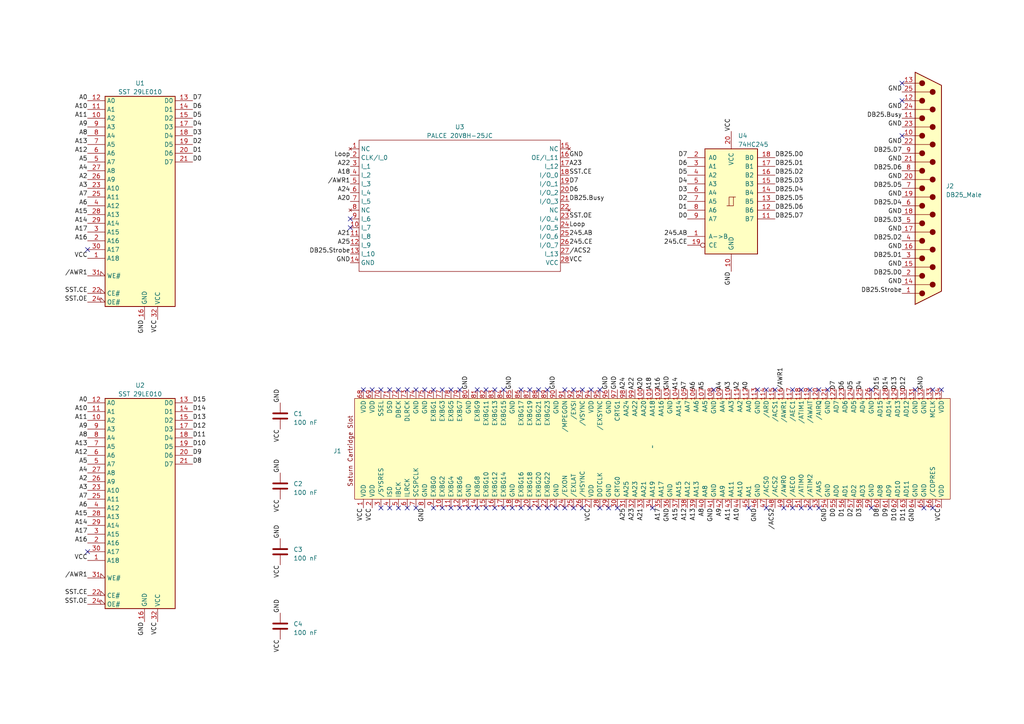
<source format=kicad_sch>
(kicad_sch (version 20230121) (generator eeschema)

  (uuid 55992e35-fe7b-468a-9b7a-1e4dc931b904)

  (paper "A4")

  (lib_symbols
    (symbol "74xx:74HC245" (pin_names (offset 1.016)) (in_bom yes) (on_board yes)
      (property "Reference" "U" (at -7.62 16.51 0)
        (effects (font (size 1.27 1.27)))
      )
      (property "Value" "74HC245" (at -7.62 -16.51 0)
        (effects (font (size 1.27 1.27)))
      )
      (property "Footprint" "" (at 0 0 0)
        (effects (font (size 1.27 1.27)) hide)
      )
      (property "Datasheet" "http://www.ti.com/lit/gpn/sn74HC245" (at 0 0 0)
        (effects (font (size 1.27 1.27)) hide)
      )
      (property "ki_locked" "" (at 0 0 0)
        (effects (font (size 1.27 1.27)))
      )
      (property "ki_keywords" "HCMOS BUS 3State" (at 0 0 0)
        (effects (font (size 1.27 1.27)) hide)
      )
      (property "ki_description" "Octal BUS Transceivers, 3-State outputs" (at 0 0 0)
        (effects (font (size 1.27 1.27)) hide)
      )
      (property "ki_fp_filters" "DIP?20*" (at 0 0 0)
        (effects (font (size 1.27 1.27)) hide)
      )
      (symbol "74HC245_1_0"
        (polyline
          (pts
            (xy -0.635 -1.27)
            (xy -0.635 1.27)
            (xy 0.635 1.27)
          )
          (stroke (width 0) (type default))
          (fill (type none))
        )
        (polyline
          (pts
            (xy -1.27 -1.27)
            (xy 0.635 -1.27)
            (xy 0.635 1.27)
            (xy 1.27 1.27)
          )
          (stroke (width 0) (type default))
          (fill (type none))
        )
        (pin input line (at -12.7 -10.16 0) (length 5.08)
          (name "A->B" (effects (font (size 1.27 1.27))))
          (number "1" (effects (font (size 1.27 1.27))))
        )
        (pin power_in line (at 0 -20.32 90) (length 5.08)
          (name "GND" (effects (font (size 1.27 1.27))))
          (number "10" (effects (font (size 1.27 1.27))))
        )
        (pin tri_state line (at 12.7 -5.08 180) (length 5.08)
          (name "B7" (effects (font (size 1.27 1.27))))
          (number "11" (effects (font (size 1.27 1.27))))
        )
        (pin tri_state line (at 12.7 -2.54 180) (length 5.08)
          (name "B6" (effects (font (size 1.27 1.27))))
          (number "12" (effects (font (size 1.27 1.27))))
        )
        (pin tri_state line (at 12.7 0 180) (length 5.08)
          (name "B5" (effects (font (size 1.27 1.27))))
          (number "13" (effects (font (size 1.27 1.27))))
        )
        (pin tri_state line (at 12.7 2.54 180) (length 5.08)
          (name "B4" (effects (font (size 1.27 1.27))))
          (number "14" (effects (font (size 1.27 1.27))))
        )
        (pin tri_state line (at 12.7 5.08 180) (length 5.08)
          (name "B3" (effects (font (size 1.27 1.27))))
          (number "15" (effects (font (size 1.27 1.27))))
        )
        (pin tri_state line (at 12.7 7.62 180) (length 5.08)
          (name "B2" (effects (font (size 1.27 1.27))))
          (number "16" (effects (font (size 1.27 1.27))))
        )
        (pin tri_state line (at 12.7 10.16 180) (length 5.08)
          (name "B1" (effects (font (size 1.27 1.27))))
          (number "17" (effects (font (size 1.27 1.27))))
        )
        (pin tri_state line (at 12.7 12.7 180) (length 5.08)
          (name "B0" (effects (font (size 1.27 1.27))))
          (number "18" (effects (font (size 1.27 1.27))))
        )
        (pin input inverted (at -12.7 -12.7 0) (length 5.08)
          (name "CE" (effects (font (size 1.27 1.27))))
          (number "19" (effects (font (size 1.27 1.27))))
        )
        (pin tri_state line (at -12.7 12.7 0) (length 5.08)
          (name "A0" (effects (font (size 1.27 1.27))))
          (number "2" (effects (font (size 1.27 1.27))))
        )
        (pin power_in line (at 0 20.32 270) (length 5.08)
          (name "VCC" (effects (font (size 1.27 1.27))))
          (number "20" (effects (font (size 1.27 1.27))))
        )
        (pin tri_state line (at -12.7 10.16 0) (length 5.08)
          (name "A1" (effects (font (size 1.27 1.27))))
          (number "3" (effects (font (size 1.27 1.27))))
        )
        (pin tri_state line (at -12.7 7.62 0) (length 5.08)
          (name "A2" (effects (font (size 1.27 1.27))))
          (number "4" (effects (font (size 1.27 1.27))))
        )
        (pin tri_state line (at -12.7 5.08 0) (length 5.08)
          (name "A3" (effects (font (size 1.27 1.27))))
          (number "5" (effects (font (size 1.27 1.27))))
        )
        (pin tri_state line (at -12.7 2.54 0) (length 5.08)
          (name "A4" (effects (font (size 1.27 1.27))))
          (number "6" (effects (font (size 1.27 1.27))))
        )
        (pin tri_state line (at -12.7 0 0) (length 5.08)
          (name "A5" (effects (font (size 1.27 1.27))))
          (number "7" (effects (font (size 1.27 1.27))))
        )
        (pin tri_state line (at -12.7 -2.54 0) (length 5.08)
          (name "A6" (effects (font (size 1.27 1.27))))
          (number "8" (effects (font (size 1.27 1.27))))
        )
        (pin tri_state line (at -12.7 -5.08 0) (length 5.08)
          (name "A7" (effects (font (size 1.27 1.27))))
          (number "9" (effects (font (size 1.27 1.27))))
        )
      )
      (symbol "74HC245_1_1"
        (rectangle (start -7.62 15.24) (end 7.62 -15.24)
          (stroke (width 0.254) (type default))
          (fill (type background))
        )
      )
    )
    (symbol "Connector:DB25_Male" (pin_names (offset 1.016) hide) (in_bom yes) (on_board yes)
      (property "Reference" "J" (at 0 34.29 0)
        (effects (font (size 1.27 1.27)))
      )
      (property "Value" "DB25_Male" (at 0 -34.925 0)
        (effects (font (size 1.27 1.27)))
      )
      (property "Footprint" "" (at 0 0 0)
        (effects (font (size 1.27 1.27)) hide)
      )
      (property "Datasheet" " ~" (at 0 0 0)
        (effects (font (size 1.27 1.27)) hide)
      )
      (property "ki_keywords" "male D-SUB connector" (at 0 0 0)
        (effects (font (size 1.27 1.27)) hide)
      )
      (property "ki_description" "25-pin male D-SUB connector" (at 0 0 0)
        (effects (font (size 1.27 1.27)) hide)
      )
      (property "ki_fp_filters" "DSUB*Male*" (at 0 0 0)
        (effects (font (size 1.27 1.27)) hide)
      )
      (symbol "DB25_Male_0_1"
        (circle (center -1.778 -30.48) (radius 0.762)
          (stroke (width 0) (type default))
          (fill (type outline))
        )
        (circle (center -1.778 -25.4) (radius 0.762)
          (stroke (width 0) (type default))
          (fill (type outline))
        )
        (circle (center -1.778 -20.32) (radius 0.762)
          (stroke (width 0) (type default))
          (fill (type outline))
        )
        (circle (center -1.778 -15.24) (radius 0.762)
          (stroke (width 0) (type default))
          (fill (type outline))
        )
        (circle (center -1.778 -10.16) (radius 0.762)
          (stroke (width 0) (type default))
          (fill (type outline))
        )
        (circle (center -1.778 -5.08) (radius 0.762)
          (stroke (width 0) (type default))
          (fill (type outline))
        )
        (circle (center -1.778 0) (radius 0.762)
          (stroke (width 0) (type default))
          (fill (type outline))
        )
        (circle (center -1.778 5.08) (radius 0.762)
          (stroke (width 0) (type default))
          (fill (type outline))
        )
        (circle (center -1.778 10.16) (radius 0.762)
          (stroke (width 0) (type default))
          (fill (type outline))
        )
        (circle (center -1.778 15.24) (radius 0.762)
          (stroke (width 0) (type default))
          (fill (type outline))
        )
        (circle (center -1.778 20.32) (radius 0.762)
          (stroke (width 0) (type default))
          (fill (type outline))
        )
        (circle (center -1.778 25.4) (radius 0.762)
          (stroke (width 0) (type default))
          (fill (type outline))
        )
        (circle (center -1.778 30.48) (radius 0.762)
          (stroke (width 0) (type default))
          (fill (type outline))
        )
        (polyline
          (pts
            (xy -3.81 -30.48)
            (xy -2.54 -30.48)
          )
          (stroke (width 0) (type default))
          (fill (type none))
        )
        (polyline
          (pts
            (xy -3.81 -27.94)
            (xy 0.508 -27.94)
          )
          (stroke (width 0) (type default))
          (fill (type none))
        )
        (polyline
          (pts
            (xy -3.81 -25.4)
            (xy -2.54 -25.4)
          )
          (stroke (width 0) (type default))
          (fill (type none))
        )
        (polyline
          (pts
            (xy -3.81 -22.86)
            (xy 0.508 -22.86)
          )
          (stroke (width 0) (type default))
          (fill (type none))
        )
        (polyline
          (pts
            (xy -3.81 -20.32)
            (xy -2.54 -20.32)
          )
          (stroke (width 0) (type default))
          (fill (type none))
        )
        (polyline
          (pts
            (xy -3.81 -17.78)
            (xy 0.508 -17.78)
          )
          (stroke (width 0) (type default))
          (fill (type none))
        )
        (polyline
          (pts
            (xy -3.81 -15.24)
            (xy -2.54 -15.24)
          )
          (stroke (width 0) (type default))
          (fill (type none))
        )
        (polyline
          (pts
            (xy -3.81 -12.7)
            (xy 0.508 -12.7)
          )
          (stroke (width 0) (type default))
          (fill (type none))
        )
        (polyline
          (pts
            (xy -3.81 -10.16)
            (xy -2.54 -10.16)
          )
          (stroke (width 0) (type default))
          (fill (type none))
        )
        (polyline
          (pts
            (xy -3.81 -7.62)
            (xy 0.508 -7.62)
          )
          (stroke (width 0) (type default))
          (fill (type none))
        )
        (polyline
          (pts
            (xy -3.81 -5.08)
            (xy -2.54 -5.08)
          )
          (stroke (width 0) (type default))
          (fill (type none))
        )
        (polyline
          (pts
            (xy -3.81 -2.54)
            (xy 0.508 -2.54)
          )
          (stroke (width 0) (type default))
          (fill (type none))
        )
        (polyline
          (pts
            (xy -3.81 0)
            (xy -2.54 0)
          )
          (stroke (width 0) (type default))
          (fill (type none))
        )
        (polyline
          (pts
            (xy -3.81 2.54)
            (xy 0.508 2.54)
          )
          (stroke (width 0) (type default))
          (fill (type none))
        )
        (polyline
          (pts
            (xy -3.81 5.08)
            (xy -2.54 5.08)
          )
          (stroke (width 0) (type default))
          (fill (type none))
        )
        (polyline
          (pts
            (xy -3.81 7.62)
            (xy 0.508 7.62)
          )
          (stroke (width 0) (type default))
          (fill (type none))
        )
        (polyline
          (pts
            (xy -3.81 10.16)
            (xy -2.54 10.16)
          )
          (stroke (width 0) (type default))
          (fill (type none))
        )
        (polyline
          (pts
            (xy -3.81 12.7)
            (xy 0.508 12.7)
          )
          (stroke (width 0) (type default))
          (fill (type none))
        )
        (polyline
          (pts
            (xy -3.81 15.24)
            (xy -2.54 15.24)
          )
          (stroke (width 0) (type default))
          (fill (type none))
        )
        (polyline
          (pts
            (xy -3.81 17.78)
            (xy 0.508 17.78)
          )
          (stroke (width 0) (type default))
          (fill (type none))
        )
        (polyline
          (pts
            (xy -3.81 20.32)
            (xy -2.54 20.32)
          )
          (stroke (width 0) (type default))
          (fill (type none))
        )
        (polyline
          (pts
            (xy -3.81 22.86)
            (xy 0.508 22.86)
          )
          (stroke (width 0) (type default))
          (fill (type none))
        )
        (polyline
          (pts
            (xy -3.81 25.4)
            (xy -2.54 25.4)
          )
          (stroke (width 0) (type default))
          (fill (type none))
        )
        (polyline
          (pts
            (xy -3.81 27.94)
            (xy 0.508 27.94)
          )
          (stroke (width 0) (type default))
          (fill (type none))
        )
        (polyline
          (pts
            (xy -3.81 30.48)
            (xy -2.54 30.48)
          )
          (stroke (width 0) (type default))
          (fill (type none))
        )
        (polyline
          (pts
            (xy -3.81 -33.655)
            (xy 3.81 -29.845)
            (xy 3.81 29.845)
            (xy -3.81 33.655)
            (xy -3.81 -33.655)
          )
          (stroke (width 0.254) (type default))
          (fill (type background))
        )
        (circle (center 1.27 -27.94) (radius 0.762)
          (stroke (width 0) (type default))
          (fill (type outline))
        )
        (circle (center 1.27 -22.86) (radius 0.762)
          (stroke (width 0) (type default))
          (fill (type outline))
        )
        (circle (center 1.27 -17.78) (radius 0.762)
          (stroke (width 0) (type default))
          (fill (type outline))
        )
        (circle (center 1.27 -12.7) (radius 0.762)
          (stroke (width 0) (type default))
          (fill (type outline))
        )
        (circle (center 1.27 -7.62) (radius 0.762)
          (stroke (width 0) (type default))
          (fill (type outline))
        )
        (circle (center 1.27 -2.54) (radius 0.762)
          (stroke (width 0) (type default))
          (fill (type outline))
        )
        (circle (center 1.27 2.54) (radius 0.762)
          (stroke (width 0) (type default))
          (fill (type outline))
        )
        (circle (center 1.27 7.62) (radius 0.762)
          (stroke (width 0) (type default))
          (fill (type outline))
        )
        (circle (center 1.27 12.7) (radius 0.762)
          (stroke (width 0) (type default))
          (fill (type outline))
        )
        (circle (center 1.27 17.78) (radius 0.762)
          (stroke (width 0) (type default))
          (fill (type outline))
        )
        (circle (center 1.27 22.86) (radius 0.762)
          (stroke (width 0) (type default))
          (fill (type outline))
        )
        (circle (center 1.27 27.94) (radius 0.762)
          (stroke (width 0) (type default))
          (fill (type outline))
        )
      )
      (symbol "DB25_Male_1_1"
        (pin passive line (at -7.62 -30.48 0) (length 3.81)
          (name "1" (effects (font (size 1.27 1.27))))
          (number "1" (effects (font (size 1.27 1.27))))
        )
        (pin passive line (at -7.62 15.24 0) (length 3.81)
          (name "10" (effects (font (size 1.27 1.27))))
          (number "10" (effects (font (size 1.27 1.27))))
        )
        (pin passive line (at -7.62 20.32 0) (length 3.81)
          (name "11" (effects (font (size 1.27 1.27))))
          (number "11" (effects (font (size 1.27 1.27))))
        )
        (pin passive line (at -7.62 25.4 0) (length 3.81)
          (name "12" (effects (font (size 1.27 1.27))))
          (number "12" (effects (font (size 1.27 1.27))))
        )
        (pin passive line (at -7.62 30.48 0) (length 3.81)
          (name "13" (effects (font (size 1.27 1.27))))
          (number "13" (effects (font (size 1.27 1.27))))
        )
        (pin passive line (at -7.62 -27.94 0) (length 3.81)
          (name "P14" (effects (font (size 1.27 1.27))))
          (number "14" (effects (font (size 1.27 1.27))))
        )
        (pin passive line (at -7.62 -22.86 0) (length 3.81)
          (name "P15" (effects (font (size 1.27 1.27))))
          (number "15" (effects (font (size 1.27 1.27))))
        )
        (pin passive line (at -7.62 -17.78 0) (length 3.81)
          (name "P16" (effects (font (size 1.27 1.27))))
          (number "16" (effects (font (size 1.27 1.27))))
        )
        (pin passive line (at -7.62 -12.7 0) (length 3.81)
          (name "P17" (effects (font (size 1.27 1.27))))
          (number "17" (effects (font (size 1.27 1.27))))
        )
        (pin passive line (at -7.62 -7.62 0) (length 3.81)
          (name "P18" (effects (font (size 1.27 1.27))))
          (number "18" (effects (font (size 1.27 1.27))))
        )
        (pin passive line (at -7.62 -2.54 0) (length 3.81)
          (name "P19" (effects (font (size 1.27 1.27))))
          (number "19" (effects (font (size 1.27 1.27))))
        )
        (pin passive line (at -7.62 -25.4 0) (length 3.81)
          (name "2" (effects (font (size 1.27 1.27))))
          (number "2" (effects (font (size 1.27 1.27))))
        )
        (pin passive line (at -7.62 2.54 0) (length 3.81)
          (name "P20" (effects (font (size 1.27 1.27))))
          (number "20" (effects (font (size 1.27 1.27))))
        )
        (pin passive line (at -7.62 7.62 0) (length 3.81)
          (name "P21" (effects (font (size 1.27 1.27))))
          (number "21" (effects (font (size 1.27 1.27))))
        )
        (pin passive line (at -7.62 12.7 0) (length 3.81)
          (name "P22" (effects (font (size 1.27 1.27))))
          (number "22" (effects (font (size 1.27 1.27))))
        )
        (pin passive line (at -7.62 17.78 0) (length 3.81)
          (name "P23" (effects (font (size 1.27 1.27))))
          (number "23" (effects (font (size 1.27 1.27))))
        )
        (pin passive line (at -7.62 22.86 0) (length 3.81)
          (name "P24" (effects (font (size 1.27 1.27))))
          (number "24" (effects (font (size 1.27 1.27))))
        )
        (pin passive line (at -7.62 27.94 0) (length 3.81)
          (name "P25" (effects (font (size 1.27 1.27))))
          (number "25" (effects (font (size 1.27 1.27))))
        )
        (pin passive line (at -7.62 -20.32 0) (length 3.81)
          (name "3" (effects (font (size 1.27 1.27))))
          (number "3" (effects (font (size 1.27 1.27))))
        )
        (pin passive line (at -7.62 -15.24 0) (length 3.81)
          (name "4" (effects (font (size 1.27 1.27))))
          (number "4" (effects (font (size 1.27 1.27))))
        )
        (pin passive line (at -7.62 -10.16 0) (length 3.81)
          (name "5" (effects (font (size 1.27 1.27))))
          (number "5" (effects (font (size 1.27 1.27))))
        )
        (pin passive line (at -7.62 -5.08 0) (length 3.81)
          (name "6" (effects (font (size 1.27 1.27))))
          (number "6" (effects (font (size 1.27 1.27))))
        )
        (pin passive line (at -7.62 0 0) (length 3.81)
          (name "7" (effects (font (size 1.27 1.27))))
          (number "7" (effects (font (size 1.27 1.27))))
        )
        (pin passive line (at -7.62 5.08 0) (length 3.81)
          (name "8" (effects (font (size 1.27 1.27))))
          (number "8" (effects (font (size 1.27 1.27))))
        )
        (pin passive line (at -7.62 10.16 0) (length 3.81)
          (name "9" (effects (font (size 1.27 1.27))))
          (number "9" (effects (font (size 1.27 1.27))))
        )
      )
    )
    (symbol "Device:C" (pin_numbers hide) (pin_names (offset 0.254)) (in_bom yes) (on_board yes)
      (property "Reference" "C" (at 0.635 2.54 0)
        (effects (font (size 1.27 1.27)) (justify left))
      )
      (property "Value" "C" (at 0.635 -2.54 0)
        (effects (font (size 1.27 1.27)) (justify left))
      )
      (property "Footprint" "" (at 0.9652 -3.81 0)
        (effects (font (size 1.27 1.27)) hide)
      )
      (property "Datasheet" "~" (at 0 0 0)
        (effects (font (size 1.27 1.27)) hide)
      )
      (property "ki_keywords" "cap capacitor" (at 0 0 0)
        (effects (font (size 1.27 1.27)) hide)
      )
      (property "ki_description" "Unpolarized capacitor" (at 0 0 0)
        (effects (font (size 1.27 1.27)) hide)
      )
      (property "ki_fp_filters" "C_*" (at 0 0 0)
        (effects (font (size 1.27 1.27)) hide)
      )
      (symbol "C_0_1"
        (polyline
          (pts
            (xy -2.032 -0.762)
            (xy 2.032 -0.762)
          )
          (stroke (width 0.508) (type default))
          (fill (type none))
        )
        (polyline
          (pts
            (xy -2.032 0.762)
            (xy 2.032 0.762)
          )
          (stroke (width 0.508) (type default))
          (fill (type none))
        )
      )
      (symbol "C_1_1"
        (pin passive line (at 0 3.81 270) (length 2.794)
          (name "~" (effects (font (size 1.27 1.27))))
          (number "1" (effects (font (size 1.27 1.27))))
        )
        (pin passive line (at 0 -3.81 90) (length 2.794)
          (name "~" (effects (font (size 1.27 1.27))))
          (number "2" (effects (font (size 1.27 1.27))))
        )
      )
    )
    (symbol "REF1326:PALCE_20V8H-25JC{slash}4" (in_bom yes) (on_board yes)
      (property "Reference" "U" (at 0 0 0)
        (effects (font (size 1.27 1.27)))
      )
      (property "Value" "PALCE_20V8H-25JC{slash}4" (at 0 -3.81 0)
        (effects (font (size 1.27 1.27)))
      )
      (property "Footprint" "" (at 0 0 0)
        (effects (font (size 1.27 1.27)) hide)
      )
      (property "Datasheet" "" (at 0 0 0)
        (effects (font (size 1.27 1.27)) hide)
      )
      (symbol "PALCE_20V8H-25JC{slash}4_0_0"
        (rectangle (start -29.21 15.24) (end 29.21 -22.86)
          (stroke (width 0) (type default))
          (fill (type none))
        )
      )
      (symbol "PALCE_20V8H-25JC{slash}4_1_1"
        (pin no_connect line (at -31.75 12.7 0) (length 2.54)
          (name "NC" (effects (font (size 1.27 1.27))))
          (number "1" (effects (font (size 1.27 1.27))))
        )
        (pin bidirectional line (at -31.75 -10.16 0) (length 2.54)
          (name "I_7" (effects (font (size 1.27 1.27))))
          (number "10" (effects (font (size 1.27 1.27))))
        )
        (pin bidirectional line (at -31.75 -12.7 0) (length 2.54)
          (name "I_8" (effects (font (size 1.27 1.27))))
          (number "11" (effects (font (size 1.27 1.27))))
        )
        (pin bidirectional line (at -31.75 -15.24 0) (length 2.54)
          (name "I_9" (effects (font (size 1.27 1.27))))
          (number "12" (effects (font (size 1.27 1.27))))
        )
        (pin bidirectional line (at -31.75 -17.78 0) (length 2.54)
          (name "I_10" (effects (font (size 1.27 1.27))))
          (number "13" (effects (font (size 1.27 1.27))))
        )
        (pin bidirectional line (at -31.75 -20.32 0) (length 2.54)
          (name "GND" (effects (font (size 1.27 1.27))))
          (number "14" (effects (font (size 1.27 1.27))))
        )
        (pin no_connect line (at 31.75 12.7 180) (length 2.54)
          (name "NC" (effects (font (size 1.27 1.27))))
          (number "15" (effects (font (size 1.27 1.27))))
        )
        (pin bidirectional line (at 31.75 10.16 180) (length 2.54)
          (name "OE/I_11" (effects (font (size 1.27 1.27))))
          (number "16" (effects (font (size 1.27 1.27))))
        )
        (pin bidirectional line (at 31.75 7.62 180) (length 2.54)
          (name "I_12" (effects (font (size 1.27 1.27))))
          (number "17" (effects (font (size 1.27 1.27))))
        )
        (pin bidirectional line (at 31.75 5.08 180) (length 2.54)
          (name "I/O_0" (effects (font (size 1.27 1.27))))
          (number "18" (effects (font (size 1.27 1.27))))
        )
        (pin bidirectional line (at 31.75 2.54 180) (length 2.54)
          (name "I/O_1" (effects (font (size 1.27 1.27))))
          (number "19" (effects (font (size 1.27 1.27))))
        )
        (pin bidirectional line (at -31.75 10.16 0) (length 2.54)
          (name "CLK/I_0" (effects (font (size 1.27 1.27))))
          (number "2" (effects (font (size 1.27 1.27))))
        )
        (pin bidirectional line (at 31.75 0 180) (length 2.54)
          (name "I/O_2" (effects (font (size 1.27 1.27))))
          (number "20" (effects (font (size 1.27 1.27))))
        )
        (pin bidirectional line (at 31.75 -2.54 180) (length 2.54)
          (name "I/O_3" (effects (font (size 1.27 1.27))))
          (number "21" (effects (font (size 1.27 1.27))))
        )
        (pin no_connect line (at 31.75 -5.08 180) (length 2.54)
          (name "NC" (effects (font (size 1.27 1.27))))
          (number "22" (effects (font (size 1.27 1.27))))
        )
        (pin bidirectional line (at 31.75 -7.62 180) (length 2.54)
          (name "I/O_4" (effects (font (size 1.27 1.27))))
          (number "23" (effects (font (size 1.27 1.27))))
        )
        (pin bidirectional line (at 31.75 -10.16 180) (length 2.54)
          (name "I/O_5" (effects (font (size 1.27 1.27))))
          (number "24" (effects (font (size 1.27 1.27))))
        )
        (pin bidirectional line (at 31.75 -12.7 180) (length 2.54)
          (name "I/O_6" (effects (font (size 1.27 1.27))))
          (number "25" (effects (font (size 1.27 1.27))))
        )
        (pin bidirectional line (at 31.75 -15.24 180) (length 2.54)
          (name "I/O_7" (effects (font (size 1.27 1.27))))
          (number "26" (effects (font (size 1.27 1.27))))
        )
        (pin bidirectional line (at 31.75 -17.78 180) (length 2.54)
          (name "I_13" (effects (font (size 1.27 1.27))))
          (number "27" (effects (font (size 1.27 1.27))))
        )
        (pin bidirectional line (at 31.75 -20.32 180) (length 2.54)
          (name "VCC" (effects (font (size 1.27 1.27))))
          (number "28" (effects (font (size 1.27 1.27))))
        )
        (pin bidirectional line (at -31.75 7.62 0) (length 2.54)
          (name "I_1" (effects (font (size 1.27 1.27))))
          (number "3" (effects (font (size 1.27 1.27))))
        )
        (pin bidirectional line (at -31.75 5.08 0) (length 2.54)
          (name "I_2" (effects (font (size 1.27 1.27))))
          (number "4" (effects (font (size 1.27 1.27))))
        )
        (pin bidirectional line (at -31.75 2.54 0) (length 2.54)
          (name "I_3" (effects (font (size 1.27 1.27))))
          (number "5" (effects (font (size 1.27 1.27))))
        )
        (pin bidirectional line (at -31.75 0 0) (length 2.54)
          (name "I_4" (effects (font (size 1.27 1.27))))
          (number "6" (effects (font (size 1.27 1.27))))
        )
        (pin bidirectional line (at -31.75 -2.54 0) (length 2.54)
          (name "I_5" (effects (font (size 1.27 1.27))))
          (number "7" (effects (font (size 1.27 1.27))))
        )
        (pin no_connect line (at -31.75 -5.08 0) (length 2.54)
          (name "NC" (effects (font (size 1.27 1.27))))
          (number "8" (effects (font (size 1.27 1.27))))
        )
        (pin bidirectional line (at -31.75 -7.62 0) (length 2.54)
          (name "I_6" (effects (font (size 1.27 1.27))))
          (number "9" (effects (font (size 1.27 1.27))))
        )
      )
    )
    (symbol "Sega Saturn:Cartridge_Edge" (in_bom yes) (on_board yes)
      (property "Reference" "J" (at 0 0 0)
        (effects (font (size 1.27 1.27)))
      )
      (property "Value" "" (at 0 0 0)
        (effects (font (size 1.27 1.27)))
      )
      (property "Footprint" "" (at 0 0 0)
        (effects (font (size 1.27 1.27)) hide)
      )
      (property "Datasheet" "" (at 0 0 0)
        (effects (font (size 1.27 1.27)) hide)
      )
      (symbol "Cartridge_Edge_1_1"
        (rectangle (start -15.24 86.36) (end 13.97 -86.36)
          (stroke (width 0) (type default))
          (fill (type background))
        )
        (text "Saturn Cartridge Slot" (at -1.27 87.63 0)
          (effects (font (size 1.27 1.27)))
        )
        (pin power_in line (at -17.78 83.82 0) (length 2.54)
          (name "VDD" (effects (font (size 1.27 1.27))))
          (number "1" (effects (font (size 1.27 1.27))))
        )
        (pin input line (at -17.78 60.96 0) (length 2.54)
          (name "EXBG2" (effects (font (size 1.27 1.27))))
          (number "10" (effects (font (size 1.27 1.27))))
        )
        (pin input line (at 16.51 2.54 180) (length 2.54)
          (name "AA20" (effects (font (size 1.27 1.27))))
          (number "100" (effects (font (size 1.27 1.27))))
        )
        (pin input line (at 16.51 0 180) (length 2.54)
          (name "AA18" (effects (font (size 1.27 1.27))))
          (number "101" (effects (font (size 1.27 1.27))))
        )
        (pin input line (at 16.51 -2.54 180) (length 2.54)
          (name "AA16" (effects (font (size 1.27 1.27))))
          (number "102" (effects (font (size 1.27 1.27))))
        )
        (pin power_in line (at 16.51 -5.08 180) (length 2.54)
          (name "GND" (effects (font (size 1.27 1.27))))
          (number "103" (effects (font (size 1.27 1.27))))
        )
        (pin input line (at 16.51 -7.62 180) (length 2.54)
          (name "AA14" (effects (font (size 1.27 1.27))))
          (number "104" (effects (font (size 1.27 1.27))))
        )
        (pin input line (at 16.51 -10.16 180) (length 2.54)
          (name "AA7" (effects (font (size 1.27 1.27))))
          (number "105" (effects (font (size 1.27 1.27))))
        )
        (pin input line (at 16.51 -12.7 180) (length 2.54)
          (name "AA6" (effects (font (size 1.27 1.27))))
          (number "106" (effects (font (size 1.27 1.27))))
        )
        (pin input line (at 16.51 -15.24 180) (length 2.54)
          (name "AA5" (effects (font (size 1.27 1.27))))
          (number "107" (effects (font (size 1.27 1.27))))
        )
        (pin power_in line (at 16.51 -17.78 180) (length 2.54)
          (name "GND" (effects (font (size 1.27 1.27))))
          (number "108" (effects (font (size 1.27 1.27))))
        )
        (pin input line (at 16.51 -20.32 180) (length 2.54)
          (name "AA4" (effects (font (size 1.27 1.27))))
          (number "109" (effects (font (size 1.27 1.27))))
        )
        (pin input line (at -17.78 58.42 0) (length 2.54)
          (name "EXBG4" (effects (font (size 1.27 1.27))))
          (number "11" (effects (font (size 1.27 1.27))))
        )
        (pin input line (at 16.51 -22.86 180) (length 2.54)
          (name "AA3" (effects (font (size 1.27 1.27))))
          (number "110" (effects (font (size 1.27 1.27))))
        )
        (pin input line (at 16.51 -25.4 180) (length 2.54)
          (name "AA2" (effects (font (size 1.27 1.27))))
          (number "111" (effects (font (size 1.27 1.27))))
        )
        (pin input line (at 16.51 -27.94 180) (length 2.54)
          (name "AA0" (effects (font (size 1.27 1.27))))
          (number "112" (effects (font (size 1.27 1.27))))
        )
        (pin power_in line (at 16.51 -30.48 180) (length 2.54)
          (name "GND" (effects (font (size 1.27 1.27))))
          (number "113" (effects (font (size 1.27 1.27))))
        )
        (pin input line (at 16.51 -33.02 180) (length 2.54)
          (name "/ARD" (effects (font (size 1.27 1.27))))
          (number "114" (effects (font (size 1.27 1.27))))
        )
        (pin input line (at 16.51 -35.56 180) (length 2.54)
          (name "/ACS1" (effects (font (size 1.27 1.27))))
          (number "115" (effects (font (size 1.27 1.27))))
        )
        (pin input line (at 16.51 -38.1 180) (length 2.54)
          (name "/AWR1" (effects (font (size 1.27 1.27))))
          (number "116" (effects (font (size 1.27 1.27))))
        )
        (pin input line (at 16.51 -40.64 180) (length 2.54)
          (name "/AEC1" (effects (font (size 1.27 1.27))))
          (number "117" (effects (font (size 1.27 1.27))))
        )
        (pin input line (at 16.51 -43.18 180) (length 2.54)
          (name "/ATIM1" (effects (font (size 1.27 1.27))))
          (number "118" (effects (font (size 1.27 1.27))))
        )
        (pin input line (at 16.51 -45.72 180) (length 2.54)
          (name "/AWAIT" (effects (font (size 1.27 1.27))))
          (number "119" (effects (font (size 1.27 1.27))))
        )
        (pin input line (at -17.78 55.88 0) (length 2.54)
          (name "EXBG6" (effects (font (size 1.27 1.27))))
          (number "12" (effects (font (size 1.27 1.27))))
        )
        (pin input line (at 16.51 -48.26 180) (length 2.54)
          (name "/AIRQ" (effects (font (size 1.27 1.27))))
          (number "120" (effects (font (size 1.27 1.27))))
        )
        (pin power_in line (at 16.51 -50.8 180) (length 2.54)
          (name "GND" (effects (font (size 1.27 1.27))))
          (number "121" (effects (font (size 1.27 1.27))))
        )
        (pin bidirectional line (at 16.51 -53.34 180) (length 2.54)
          (name "AD7" (effects (font (size 1.27 1.27))))
          (number "122" (effects (font (size 1.27 1.27))))
        )
        (pin bidirectional line (at 16.51 -55.88 180) (length 2.54)
          (name "AD6" (effects (font (size 1.27 1.27))))
          (number "123" (effects (font (size 1.27 1.27))))
        )
        (pin bidirectional line (at 16.51 -58.42 180) (length 2.54)
          (name "AD5" (effects (font (size 1.27 1.27))))
          (number "124" (effects (font (size 1.27 1.27))))
        )
        (pin bidirectional line (at 16.51 -60.96 180) (length 2.54)
          (name "AD4" (effects (font (size 1.27 1.27))))
          (number "125" (effects (font (size 1.27 1.27))))
        )
        (pin power_in line (at 16.51 -63.5 180) (length 2.54)
          (name "GND" (effects (font (size 1.27 1.27))))
          (number "126" (effects (font (size 1.27 1.27))))
        )
        (pin bidirectional line (at 16.51 -66.04 180) (length 2.54)
          (name "AD15" (effects (font (size 1.27 1.27))))
          (number "127" (effects (font (size 1.27 1.27))))
        )
        (pin bidirectional line (at 16.51 -68.58 180) (length 2.54)
          (name "AD14" (effects (font (size 1.27 1.27))))
          (number "128" (effects (font (size 1.27 1.27))))
        )
        (pin bidirectional line (at 16.51 -71.12 180) (length 2.54)
          (name "AD13" (effects (font (size 1.27 1.27))))
          (number "129" (effects (font (size 1.27 1.27))))
        )
        (pin power_in line (at -17.78 53.34 0) (length 2.54)
          (name "GND" (effects (font (size 1.27 1.27))))
          (number "13" (effects (font (size 1.27 1.27))))
        )
        (pin bidirectional line (at 16.51 -73.66 180) (length 2.54)
          (name "AD12" (effects (font (size 1.27 1.27))))
          (number "130" (effects (font (size 1.27 1.27))))
        )
        (pin power_in line (at 16.51 -76.2 180) (length 2.54)
          (name "GND" (effects (font (size 1.27 1.27))))
          (number "131" (effects (font (size 1.27 1.27))))
        )
        (pin power_in line (at 16.51 -78.74 180) (length 2.54)
          (name "GND" (effects (font (size 1.27 1.27))))
          (number "132" (effects (font (size 1.27 1.27))))
        )
        (pin input line (at 16.51 -81.28 180) (length 2.54)
          (name "MCLK" (effects (font (size 1.27 1.27))))
          (number "133" (effects (font (size 1.27 1.27))))
        )
        (pin power_in line (at 16.51 -83.82 180) (length 2.54)
          (name "VDD" (effects (font (size 1.27 1.27))))
          (number "134" (effects (font (size 1.27 1.27))))
        )
        (pin input line (at -17.78 50.8 0) (length 2.54)
          (name "EXBG8" (effects (font (size 1.27 1.27))))
          (number "14" (effects (font (size 1.27 1.27))))
        )
        (pin input line (at -17.78 48.26 0) (length 2.54)
          (name "EXBG10" (effects (font (size 1.27 1.27))))
          (number "15" (effects (font (size 1.27 1.27))))
        )
        (pin input line (at -17.78 45.72 0) (length 2.54)
          (name "EXBG12" (effects (font (size 1.27 1.27))))
          (number "16" (effects (font (size 1.27 1.27))))
        )
        (pin input line (at -17.78 43.18 0) (length 2.54)
          (name "EXBG14" (effects (font (size 1.27 1.27))))
          (number "17" (effects (font (size 1.27 1.27))))
        )
        (pin power_in line (at -17.78 40.64 0) (length 2.54)
          (name "GND" (effects (font (size 1.27 1.27))))
          (number "18" (effects (font (size 1.27 1.27))))
        )
        (pin input line (at -17.78 38.1 0) (length 2.54)
          (name "EXBG16" (effects (font (size 1.27 1.27))))
          (number "19" (effects (font (size 1.27 1.27))))
        )
        (pin power_in line (at -17.78 81.28 0) (length 2.54)
          (name "VDD" (effects (font (size 1.27 1.27))))
          (number "2" (effects (font (size 1.27 1.27))))
        )
        (pin input line (at -17.78 35.56 0) (length 2.54)
          (name "EXBG18" (effects (font (size 1.27 1.27))))
          (number "20" (effects (font (size 1.27 1.27))))
        )
        (pin input line (at -17.78 33.02 0) (length 2.54)
          (name "EXBG20" (effects (font (size 1.27 1.27))))
          (number "21" (effects (font (size 1.27 1.27))))
        )
        (pin input line (at -17.78 30.48 0) (length 2.54)
          (name "EXBG22" (effects (font (size 1.27 1.27))))
          (number "22" (effects (font (size 1.27 1.27))))
        )
        (pin power_in line (at -17.78 27.94 0) (length 2.54)
          (name "GND" (effects (font (size 1.27 1.27))))
          (number "23" (effects (font (size 1.27 1.27))))
        )
        (pin input line (at -17.78 25.4 0) (length 2.54)
          (name "/EXON" (effects (font (size 1.27 1.27))))
          (number "24" (effects (font (size 1.27 1.27))))
        )
        (pin input line (at -17.78 22.86 0) (length 2.54)
          (name "/EXLAT" (effects (font (size 1.27 1.27))))
          (number "25" (effects (font (size 1.27 1.27))))
        )
        (pin input line (at -17.78 20.32 0) (length 2.54)
          (name "/HSYNC" (effects (font (size 1.27 1.27))))
          (number "26" (effects (font (size 1.27 1.27))))
        )
        (pin power_in line (at -17.78 17.78 0) (length 2.54)
          (name "VDD" (effects (font (size 1.27 1.27))))
          (number "27" (effects (font (size 1.27 1.27))))
        )
        (pin input line (at -17.78 15.24 0) (length 2.54)
          (name "DOTCLK" (effects (font (size 1.27 1.27))))
          (number "28" (effects (font (size 1.27 1.27))))
        )
        (pin power_in line (at -17.78 12.7 0) (length 2.54)
          (name "GND" (effects (font (size 1.27 1.27))))
          (number "29" (effects (font (size 1.27 1.27))))
        )
        (pin input line (at -17.78 78.74 0) (length 2.54)
          (name "/SYSRES" (effects (font (size 1.27 1.27))))
          (number "3" (effects (font (size 1.27 1.27))))
        )
        (pin input line (at -17.78 10.16 0) (length 2.54)
          (name "CRTG0" (effects (font (size 1.27 1.27))))
          (number "30" (effects (font (size 1.27 1.27))))
        )
        (pin input line (at -17.78 7.62 0) (length 2.54)
          (name "AA25" (effects (font (size 1.27 1.27))))
          (number "31" (effects (font (size 1.27 1.27))))
        )
        (pin input line (at -17.78 5.08 0) (length 2.54)
          (name "AA23" (effects (font (size 1.27 1.27))))
          (number "32" (effects (font (size 1.27 1.27))))
        )
        (pin input line (at -17.78 2.54 0) (length 2.54)
          (name "AA21" (effects (font (size 1.27 1.27))))
          (number "33" (effects (font (size 1.27 1.27))))
        )
        (pin input line (at -17.78 0 0) (length 2.54)
          (name "AA19" (effects (font (size 1.27 1.27))))
          (number "34" (effects (font (size 1.27 1.27))))
        )
        (pin input line (at -17.78 -2.54 0) (length 2.54)
          (name "AA17" (effects (font (size 1.27 1.27))))
          (number "35" (effects (font (size 1.27 1.27))))
        )
        (pin power_in line (at -17.78 -5.08 0) (length 2.54)
          (name "GND" (effects (font (size 1.27 1.27))))
          (number "36" (effects (font (size 1.27 1.27))))
        )
        (pin input line (at -17.78 -7.62 0) (length 2.54)
          (name "AA15" (effects (font (size 1.27 1.27))))
          (number "37" (effects (font (size 1.27 1.27))))
        )
        (pin input line (at -17.78 -10.16 0) (length 2.54)
          (name "AA12" (effects (font (size 1.27 1.27))))
          (number "38" (effects (font (size 1.27 1.27))))
        )
        (pin input line (at -17.78 -12.7 0) (length 2.54)
          (name "AA13" (effects (font (size 1.27 1.27))))
          (number "39" (effects (font (size 1.27 1.27))))
        )
        (pin input line (at -17.78 76.2 0) (length 2.54)
          (name "ISD" (effects (font (size 1.27 1.27))))
          (number "4" (effects (font (size 1.27 1.27))))
        )
        (pin input line (at -17.78 -15.24 0) (length 2.54)
          (name "AA8" (effects (font (size 1.27 1.27))))
          (number "40" (effects (font (size 1.27 1.27))))
        )
        (pin power_in line (at -17.78 -17.78 0) (length 2.54)
          (name "GND" (effects (font (size 1.27 1.27))))
          (number "41" (effects (font (size 1.27 1.27))))
        )
        (pin input line (at -17.78 -20.32 0) (length 2.54)
          (name "AA9" (effects (font (size 1.27 1.27))))
          (number "42" (effects (font (size 1.27 1.27))))
        )
        (pin input line (at -17.78 -22.86 0) (length 2.54)
          (name "AA11" (effects (font (size 1.27 1.27))))
          (number "43" (effects (font (size 1.27 1.27))))
        )
        (pin input line (at -17.78 -25.4 0) (length 2.54)
          (name "AA10" (effects (font (size 1.27 1.27))))
          (number "44" (effects (font (size 1.27 1.27))))
        )
        (pin input line (at -17.78 -27.94 0) (length 2.54)
          (name "AA1" (effects (font (size 1.27 1.27))))
          (number "45" (effects (font (size 1.27 1.27))))
        )
        (pin power_in line (at -17.78 -30.48 0) (length 2.54)
          (name "GND" (effects (font (size 1.27 1.27))))
          (number "46" (effects (font (size 1.27 1.27))))
        )
        (pin input line (at -17.78 -33.02 0) (length 2.54)
          (name "/ACS0" (effects (font (size 1.27 1.27))))
          (number "47" (effects (font (size 1.27 1.27))))
        )
        (pin input line (at -17.78 -35.56 0) (length 2.54)
          (name "/ACS2" (effects (font (size 1.27 1.27))))
          (number "48" (effects (font (size 1.27 1.27))))
        )
        (pin input line (at -17.78 -38.1 0) (length 2.54)
          (name "/AWR0" (effects (font (size 1.27 1.27))))
          (number "49" (effects (font (size 1.27 1.27))))
        )
        (pin input line (at -17.78 73.66 0) (length 2.54)
          (name "IBCK" (effects (font (size 1.27 1.27))))
          (number "5" (effects (font (size 1.27 1.27))))
        )
        (pin input line (at -17.78 -40.64 0) (length 2.54)
          (name "/AEC0" (effects (font (size 1.27 1.27))))
          (number "50" (effects (font (size 1.27 1.27))))
        )
        (pin input line (at -17.78 -43.18 0) (length 2.54)
          (name "/ATIM0" (effects (font (size 1.27 1.27))))
          (number "51" (effects (font (size 1.27 1.27))))
        )
        (pin input line (at -17.78 -45.72 0) (length 2.54)
          (name "/ATIM2" (effects (font (size 1.27 1.27))))
          (number "52" (effects (font (size 1.27 1.27))))
        )
        (pin input line (at -17.78 -48.26 0) (length 2.54)
          (name "/AAS" (effects (font (size 1.27 1.27))))
          (number "53" (effects (font (size 1.27 1.27))))
        )
        (pin power_in line (at -17.78 -50.8 0) (length 2.54)
          (name "GND" (effects (font (size 1.27 1.27))))
          (number "54" (effects (font (size 1.27 1.27))))
        )
        (pin bidirectional line (at -17.78 -53.34 0) (length 2.54)
          (name "AD0" (effects (font (size 1.27 1.27))))
          (number "55" (effects (font (size 1.27 1.27))))
        )
        (pin bidirectional line (at -17.78 -55.88 0) (length 2.54)
          (name "AD1" (effects (font (size 1.27 1.27))))
          (number "56" (effects (font (size 1.27 1.27))))
        )
        (pin bidirectional line (at -17.78 -58.42 0) (length 2.54)
          (name "AD2" (effects (font (size 1.27 1.27))))
          (number "57" (effects (font (size 1.27 1.27))))
        )
        (pin bidirectional line (at -17.78 -60.96 0) (length 2.54)
          (name "AD3" (effects (font (size 1.27 1.27))))
          (number "58" (effects (font (size 1.27 1.27))))
        )
        (pin power_in line (at -17.78 -63.5 0) (length 2.54)
          (name "GND" (effects (font (size 1.27 1.27))))
          (number "59" (effects (font (size 1.27 1.27))))
        )
        (pin input line (at -17.78 71.12 0) (length 2.54)
          (name "ILRCK" (effects (font (size 1.27 1.27))))
          (number "6" (effects (font (size 1.27 1.27))))
        )
        (pin bidirectional line (at -17.78 -66.04 0) (length 2.54)
          (name "AD8" (effects (font (size 1.27 1.27))))
          (number "60" (effects (font (size 1.27 1.27))))
        )
        (pin bidirectional line (at -17.78 -68.58 0) (length 2.54)
          (name "AD9" (effects (font (size 1.27 1.27))))
          (number "61" (effects (font (size 1.27 1.27))))
        )
        (pin bidirectional line (at -17.78 -71.12 0) (length 2.54)
          (name "AD10" (effects (font (size 1.27 1.27))))
          (number "62" (effects (font (size 1.27 1.27))))
        )
        (pin bidirectional line (at -17.78 -73.66 0) (length 2.54)
          (name "AD11" (effects (font (size 1.27 1.27))))
          (number "63" (effects (font (size 1.27 1.27))))
        )
        (pin power_in line (at -17.78 -76.2 0) (length 2.54)
          (name "GND" (effects (font (size 1.27 1.27))))
          (number "64" (effects (font (size 1.27 1.27))))
        )
        (pin power_in line (at -17.78 -78.74 0) (length 2.54)
          (name "GND" (effects (font (size 1.27 1.27))))
          (number "65" (effects (font (size 1.27 1.27))))
        )
        (pin input line (at -17.78 -81.28 0) (length 2.54)
          (name "/COPRES" (effects (font (size 1.27 1.27))))
          (number "66" (effects (font (size 1.27 1.27))))
        )
        (pin power_in line (at -17.78 -83.82 0) (length 2.54)
          (name "VDD" (effects (font (size 1.27 1.27))))
          (number "67" (effects (font (size 1.27 1.27))))
        )
        (pin power_in line (at 16.51 83.82 180) (length 2.54)
          (name "VDD" (effects (font (size 1.27 1.27))))
          (number "68" (effects (font (size 1.27 1.27))))
        )
        (pin power_in line (at 16.51 81.28 180) (length 2.54)
          (name "VDD" (effects (font (size 1.27 1.27))))
          (number "69" (effects (font (size 1.27 1.27))))
        )
        (pin input line (at -17.78 68.58 0) (length 2.54)
          (name "SCSPCLK" (effects (font (size 1.27 1.27))))
          (number "7" (effects (font (size 1.27 1.27))))
        )
        (pin input line (at 16.51 78.74 180) (length 2.54)
          (name "SSEL" (effects (font (size 1.27 1.27))))
          (number "70" (effects (font (size 1.27 1.27))))
        )
        (pin input line (at 16.51 76.2 180) (length 2.54)
          (name "DSD" (effects (font (size 1.27 1.27))))
          (number "71" (effects (font (size 1.27 1.27))))
        )
        (pin input line (at 16.51 73.66 180) (length 2.54)
          (name "DBCK" (effects (font (size 1.27 1.27))))
          (number "72" (effects (font (size 1.27 1.27))))
        )
        (pin input line (at 16.51 71.12 180) (length 2.54)
          (name "DLRCK" (effects (font (size 1.27 1.27))))
          (number "73" (effects (font (size 1.27 1.27))))
        )
        (pin power_in line (at 16.51 68.58 180) (length 2.54)
          (name "GND" (effects (font (size 1.27 1.27))))
          (number "74" (effects (font (size 1.27 1.27))))
        )
        (pin power_in line (at 16.51 66.04 180) (length 2.54)
          (name "GND" (effects (font (size 1.27 1.27))))
          (number "75" (effects (font (size 1.27 1.27))))
        )
        (pin input line (at 16.51 63.5 180) (length 2.54)
          (name "EXBG1" (effects (font (size 1.27 1.27))))
          (number "76" (effects (font (size 1.27 1.27))))
        )
        (pin input line (at 16.51 60.96 180) (length 2.54)
          (name "EXBG3" (effects (font (size 1.27 1.27))))
          (number "77" (effects (font (size 1.27 1.27))))
        )
        (pin input line (at 16.51 58.42 180) (length 2.54)
          (name "EXBG5" (effects (font (size 1.27 1.27))))
          (number "78" (effects (font (size 1.27 1.27))))
        )
        (pin input line (at 16.51 55.88 180) (length 2.54)
          (name "EXBG7" (effects (font (size 1.27 1.27))))
          (number "79" (effects (font (size 1.27 1.27))))
        )
        (pin power_in line (at -17.78 66.04 0) (length 2.54)
          (name "GND" (effects (font (size 1.27 1.27))))
          (number "8" (effects (font (size 1.27 1.27))))
        )
        (pin power_in line (at 16.51 53.34 180) (length 2.54)
          (name "GND" (effects (font (size 1.27 1.27))))
          (number "80" (effects (font (size 1.27 1.27))))
        )
        (pin input line (at 16.51 50.8 180) (length 2.54)
          (name "EXBG9" (effects (font (size 1.27 1.27))))
          (number "81" (effects (font (size 1.27 1.27))))
        )
        (pin input line (at 16.51 48.26 180) (length 2.54)
          (name "EXBG11" (effects (font (size 1.27 1.27))))
          (number "82" (effects (font (size 1.27 1.27))))
        )
        (pin input line (at 16.51 45.72 180) (length 2.54)
          (name "EXBG13" (effects (font (size 1.27 1.27))))
          (number "83" (effects (font (size 1.27 1.27))))
        )
        (pin input line (at 16.51 43.18 180) (length 2.54)
          (name "EXBG15" (effects (font (size 1.27 1.27))))
          (number "84" (effects (font (size 1.27 1.27))))
        )
        (pin power_in line (at 16.51 40.64 180) (length 2.54)
          (name "GND" (effects (font (size 1.27 1.27))))
          (number "85" (effects (font (size 1.27 1.27))))
        )
        (pin input line (at 16.51 38.1 180) (length 2.54)
          (name "EXBG17" (effects (font (size 1.27 1.27))))
          (number "86" (effects (font (size 1.27 1.27))))
        )
        (pin input line (at 16.51 35.56 180) (length 2.54)
          (name "EXBG19" (effects (font (size 1.27 1.27))))
          (number "87" (effects (font (size 1.27 1.27))))
        )
        (pin input line (at 16.51 33.02 180) (length 2.54)
          (name "EXBG21" (effects (font (size 1.27 1.27))))
          (number "88" (effects (font (size 1.27 1.27))))
        )
        (pin input line (at 16.51 30.48 180) (length 2.54)
          (name "EXBG23" (effects (font (size 1.27 1.27))))
          (number "89" (effects (font (size 1.27 1.27))))
        )
        (pin input line (at -17.78 63.5 0) (length 2.54)
          (name "EXBG0" (effects (font (size 1.27 1.27))))
          (number "9" (effects (font (size 1.27 1.27))))
        )
        (pin power_in line (at 16.51 27.94 180) (length 2.54)
          (name "GND" (effects (font (size 1.27 1.27))))
          (number "90" (effects (font (size 1.27 1.27))))
        )
        (pin input line (at 16.51 25.4 180) (length 2.54)
          (name "/MPEGON" (effects (font (size 1.27 1.27))))
          (number "91" (effects (font (size 1.27 1.27))))
        )
        (pin input line (at 16.51 22.86 180) (length 2.54)
          (name "/EXSI" (effects (font (size 1.27 1.27))))
          (number "92" (effects (font (size 1.27 1.27))))
        )
        (pin input line (at 16.51 20.32 180) (length 2.54)
          (name "/VSYNC" (effects (font (size 1.27 1.27))))
          (number "93" (effects (font (size 1.27 1.27))))
        )
        (pin power_in line (at 16.51 17.78 180) (length 2.54)
          (name "VDD" (effects (font (size 1.27 1.27))))
          (number "94" (effects (font (size 1.27 1.27))))
        )
        (pin input line (at 16.51 15.24 180) (length 2.54)
          (name "/EXSYNC" (effects (font (size 1.27 1.27))))
          (number "95" (effects (font (size 1.27 1.27))))
        )
        (pin power_in line (at 16.51 12.7 180) (length 2.54)
          (name "GND" (effects (font (size 1.27 1.27))))
          (number "96" (effects (font (size 1.27 1.27))))
        )
        (pin input line (at 16.51 10.16 180) (length 2.54)
          (name "CRTG1" (effects (font (size 1.27 1.27))))
          (number "97" (effects (font (size 1.27 1.27))))
        )
        (pin input line (at 16.51 7.62 180) (length 2.54)
          (name "AA24" (effects (font (size 1.27 1.27))))
          (number "98" (effects (font (size 1.27 1.27))))
        )
        (pin input line (at 16.51 5.08 180) (length 2.54)
          (name "AA22" (effects (font (size 1.27 1.27))))
          (number "99" (effects (font (size 1.27 1.27))))
        )
      )
    )
    (symbol "Sega Saturn:SST28LF040" (in_bom yes) (on_board yes)
      (property "Reference" "U?" (at 0 36.83 0)
        (effects (font (size 1.27 1.27)))
      )
      (property "Value" "SST28LF040" (at 0 34.29 0)
        (effects (font (size 1.27 1.27)))
      )
      (property "Footprint" "REF1329:PLCC32" (at 0 7.62 0)
        (effects (font (size 1.27 1.27)) hide)
      )
      (property "Datasheet" "" (at -40.64 41.91 0)
        (effects (font (size 1.27 1.27)) hide)
      )
      (property "ki_keywords" "512k flash rom" (at 0 0 0)
        (effects (font (size 1.27 1.27)) hide)
      )
      (property "ki_description" "Silicon Storage Technology (SSF) 512k x 8 Flash ROM" (at 0 0 0)
        (effects (font (size 1.27 1.27)) hide)
      )
      (symbol "SST28LF040_0_1"
        (rectangle (start -10.16 31.75) (end 10.16 -29.21)
          (stroke (width 0.254) (type default))
          (fill (type background))
        )
      )
      (symbol "SST28LF040_1_1"
        (pin input line (at -15.24 -15.24 0) (length 5.08)
          (name "A18" (effects (font (size 1.27 1.27))))
          (number "1" (effects (font (size 1.27 1.27))))
        )
        (pin input line (at -15.24 25.4 0) (length 5.08)
          (name "A2" (effects (font (size 1.27 1.27))))
          (number "10" (effects (font (size 1.27 1.27))))
        )
        (pin input line (at -15.24 27.94 0) (length 5.08)
          (name "A1" (effects (font (size 1.27 1.27))))
          (number "11" (effects (font (size 1.27 1.27))))
        )
        (pin input line (at -15.24 30.48 0) (length 5.08)
          (name "A0" (effects (font (size 1.27 1.27))))
          (number "12" (effects (font (size 1.27 1.27))))
        )
        (pin tri_state line (at 15.24 30.48 180) (length 5.08)
          (name "D0" (effects (font (size 1.27 1.27))))
          (number "13" (effects (font (size 1.27 1.27))))
        )
        (pin tri_state line (at 15.24 27.94 180) (length 5.08)
          (name "D1" (effects (font (size 1.27 1.27))))
          (number "14" (effects (font (size 1.27 1.27))))
        )
        (pin tri_state line (at 15.24 25.4 180) (length 5.08)
          (name "D2" (effects (font (size 1.27 1.27))))
          (number "15" (effects (font (size 1.27 1.27))))
        )
        (pin power_in line (at 1.27 -33.02 90) (length 3.81)
          (name "GND" (effects (font (size 1.27 1.27))))
          (number "16" (effects (font (size 1.27 1.27))))
        )
        (pin tri_state line (at 15.24 22.86 180) (length 5.08)
          (name "D3" (effects (font (size 1.27 1.27))))
          (number "17" (effects (font (size 1.27 1.27))))
        )
        (pin tri_state line (at 15.24 20.32 180) (length 5.08)
          (name "D4" (effects (font (size 1.27 1.27))))
          (number "18" (effects (font (size 1.27 1.27))))
        )
        (pin tri_state line (at 15.24 17.78 180) (length 5.08)
          (name "D5" (effects (font (size 1.27 1.27))))
          (number "19" (effects (font (size 1.27 1.27))))
        )
        (pin input line (at -15.24 -10.16 0) (length 5.08)
          (name "A16" (effects (font (size 1.27 1.27))))
          (number "2" (effects (font (size 1.27 1.27))))
        )
        (pin tri_state line (at 15.24 15.24 180) (length 5.08)
          (name "D6" (effects (font (size 1.27 1.27))))
          (number "20" (effects (font (size 1.27 1.27))))
        )
        (pin tri_state line (at 15.24 12.7 180) (length 5.08)
          (name "D7" (effects (font (size 1.27 1.27))))
          (number "21" (effects (font (size 1.27 1.27))))
        )
        (pin input input_low (at -15.24 -25.4 0) (length 5.08)
          (name "CE#" (effects (font (size 1.27 1.27))))
          (number "22" (effects (font (size 1.27 1.27))))
        )
        (pin input line (at -15.24 5.08 0) (length 5.08)
          (name "A10" (effects (font (size 1.27 1.27))))
          (number "23" (effects (font (size 1.27 1.27))))
        )
        (pin input input_low (at -15.24 -27.94 0) (length 5.08)
          (name "OE#" (effects (font (size 1.27 1.27))))
          (number "24" (effects (font (size 1.27 1.27))))
        )
        (pin input line (at -15.24 2.54 0) (length 5.08)
          (name "A11" (effects (font (size 1.27 1.27))))
          (number "25" (effects (font (size 1.27 1.27))))
        )
        (pin input line (at -15.24 7.62 0) (length 5.08)
          (name "A9" (effects (font (size 1.27 1.27))))
          (number "26" (effects (font (size 1.27 1.27))))
        )
        (pin input line (at -15.24 10.16 0) (length 5.08)
          (name "A8" (effects (font (size 1.27 1.27))))
          (number "27" (effects (font (size 1.27 1.27))))
        )
        (pin input line (at -15.24 -2.54 0) (length 5.08)
          (name "A13" (effects (font (size 1.27 1.27))))
          (number "28" (effects (font (size 1.27 1.27))))
        )
        (pin input line (at -15.24 -5.08 0) (length 5.08)
          (name "A14" (effects (font (size 1.27 1.27))))
          (number "29" (effects (font (size 1.27 1.27))))
        )
        (pin input line (at -15.24 -7.62 0) (length 5.08)
          (name "A15" (effects (font (size 1.27 1.27))))
          (number "3" (effects (font (size 1.27 1.27))))
        )
        (pin input line (at -15.24 -12.7 0) (length 5.08)
          (name "A17" (effects (font (size 1.27 1.27))))
          (number "30" (effects (font (size 1.27 1.27))))
        )
        (pin input input_low (at -15.24 -20.32 0) (length 5.08)
          (name "WE#" (effects (font (size 1.27 1.27))))
          (number "31" (effects (font (size 1.27 1.27))))
        )
        (pin power_in line (at 5.08 -33.02 90) (length 3.81)
          (name "VCC" (effects (font (size 1.27 1.27))))
          (number "32" (effects (font (size 1.27 1.27))))
        )
        (pin input line (at -15.24 0 0) (length 5.08)
          (name "A12" (effects (font (size 1.27 1.27))))
          (number "4" (effects (font (size 1.27 1.27))))
        )
        (pin input line (at -15.24 12.7 0) (length 5.08)
          (name "A7" (effects (font (size 1.27 1.27))))
          (number "5" (effects (font (size 1.27 1.27))))
        )
        (pin input line (at -15.24 15.24 0) (length 5.08)
          (name "A6" (effects (font (size 1.27 1.27))))
          (number "6" (effects (font (size 1.27 1.27))))
        )
        (pin input line (at -15.24 17.78 0) (length 5.08)
          (name "A5" (effects (font (size 1.27 1.27))))
          (number "7" (effects (font (size 1.27 1.27))))
        )
        (pin input line (at -15.24 20.32 0) (length 5.08)
          (name "A4" (effects (font (size 1.27 1.27))))
          (number "8" (effects (font (size 1.27 1.27))))
        )
        (pin input line (at -15.24 22.86 0) (length 5.08)
          (name "A3" (effects (font (size 1.27 1.27))))
          (number "9" (effects (font (size 1.27 1.27))))
        )
      )
    )
  )


  (no_connect (at 168.91 147.32) (uuid 0025b76a-bfb0-499c-a485-5cd1347e878a))
  (no_connect (at 176.53 147.32) (uuid 004c379b-17f4-4140-9107-edf956a987c3))
  (no_connect (at 222.25 113.03) (uuid 01d34aad-e964-434d-8bf9-ebe9cff36181))
  (no_connect (at 234.95 147.32) (uuid 07a5e487-4e82-47b9-92dc-f292a9406a37))
  (no_connect (at 261.62 29.21) (uuid 0cf5f558-41f7-471c-8607-5a587cef21bd))
  (no_connect (at 207.01 113.03) (uuid 0d434ca5-4a1b-42bf-b270-622f675f953a))
  (no_connect (at 146.05 147.32) (uuid 102d5681-e4cc-4d13-aec8-ff641d44ee0f))
  (no_connect (at 222.25 147.32) (uuid 1530a41d-2eaa-4296-8ced-04914ca208b4))
  (no_connect (at 179.07 147.32) (uuid 1554ccda-0b0c-4262-b718-6e6bb1e64f6a))
  (no_connect (at 252.73 113.03) (uuid 19966646-8476-45ac-bfd7-fbd6edf03d72))
  (no_connect (at 146.05 113.03) (uuid 201f5af2-f35d-4c51-802e-5e169eca4559))
  (no_connect (at 166.37 113.03) (uuid 21e3ae9f-1150-4ef0-9c29-11e86cfb853d))
  (no_connect (at 118.11 147.32) (uuid 225e2a1b-b2b4-45c3-9924-c7de4f9edccd))
  (no_connect (at 101.6 66.04) (uuid 27899a44-fdbd-4d47-bb34-3d6715fc86bc))
  (no_connect (at 217.17 147.32) (uuid 29d3b6c4-34ab-4553-b564-4ae3ac3c8c21))
  (no_connect (at 163.83 113.03) (uuid 2d57c01e-97f2-456c-b79a-67fb2739937b))
  (no_connect (at 120.65 113.03) (uuid 31e4864e-1091-422c-bd89-ad0cb0bc0c2f))
  (no_connect (at 234.95 113.03) (uuid 359992ad-46ee-444f-9b9c-0fd39c4947b5))
  (no_connect (at 151.13 113.03) (uuid 3608e6f3-c640-4224-9472-8a4f31546bb1))
  (no_connect (at 140.97 113.03) (uuid 36aa4eed-f340-44c0-b1ad-e2e3e1a37a81))
  (no_connect (at 158.75 147.32) (uuid 3989f588-f286-4ee1-ab6a-e16a9ca342d3))
  (no_connect (at 252.73 147.32) (uuid 42e63340-94a4-4be0-bc05-9030a1676693))
  (no_connect (at 270.51 147.32) (uuid 43904251-beae-4ea3-9230-7b4ef8b8f565))
  (no_connect (at 133.35 113.03) (uuid 44f9e070-a685-4280-a21c-2350eab39759))
  (no_connect (at 273.05 113.03) (uuid 4ea7190b-5b69-4212-b748-40311052357d))
  (no_connect (at 128.27 113.03) (uuid 4f7228c7-bd7c-4070-b8eb-1757ec735d8a))
  (no_connect (at 261.62 24.13) (uuid 5a709de9-cd69-4b06-b89e-420185139f98))
  (no_connect (at 229.87 113.03) (uuid 5c82c1d0-6b89-4987-88ec-a30df1db59f0))
  (no_connect (at 140.97 147.32) (uuid 61ae1a91-10ef-4b8d-9f41-1dc948d0beae))
  (no_connect (at 189.23 147.32) (uuid 6543a911-56b1-41e2-9c7c-8c6ebdf02430))
  (no_connect (at 173.99 147.32) (uuid 660aed71-4a71-4916-82e3-e2c90eba90b3))
  (no_connect (at 229.87 147.32) (uuid 6722ca3d-329c-4ae9-8263-6c701b3da869))
  (no_connect (at 171.45 113.03) (uuid 6796fded-d683-49be-a24b-4cbe65eab17f))
  (no_connect (at 270.51 113.03) (uuid 6c42cac8-92eb-483f-a5db-bd178d6d0a7b))
  (no_connect (at 101.6 63.5) (uuid 6c5255ca-7081-42ac-8ac1-d5aad0c3568f))
  (no_connect (at 25.4 72.39) (uuid 74d4825b-2762-4779-a976-7ad46b1e94fc))
  (no_connect (at 265.43 113.03) (uuid 77efbaab-1057-49c7-b65d-490df3fa8613))
  (no_connect (at 156.21 147.32) (uuid 835f587c-89f9-43e7-a391-b40cf40e08c5))
  (no_connect (at 232.41 113.03) (uuid 8570013e-63d6-4f9c-afde-562644767059))
  (no_connect (at 133.35 147.32) (uuid 86522d32-0aee-452c-aa12-54227b2256ea))
  (no_connect (at 105.41 113.03) (uuid 8bdee725-aee0-4d58-8ba9-7465660224fe))
  (no_connect (at 130.81 113.03) (uuid 90458c5a-6821-402a-b081-955148707f47))
  (no_connect (at 120.65 147.32) (uuid 905bdd1a-b88e-431a-b06d-551a6882bd16))
  (no_connect (at 107.95 113.03) (uuid 9359a76a-9c3c-4d04-a042-cad5e1fd0fdd))
  (no_connect (at 237.49 147.32) (uuid 95d48e9a-d9b6-4315-8fc1-8f0086b9ec35))
  (no_connect (at 173.99 113.03) (uuid 96f5fb33-a22a-48a9-a74f-8e62ff87c49c))
  (no_connect (at 25.4 160.02) (uuid 9f9d8a9f-4e00-41b1-8f92-5532526f2202))
  (no_connect (at 130.81 147.32) (uuid a004a61c-6b0c-4047-892b-6ecd79bdef56))
  (no_connect (at 113.03 147.32) (uuid a00beeb0-53fe-4fad-9c53-2db7276e8fc6))
  (no_connect (at 110.49 113.03) (uuid a1b0c2bf-3719-4b54-acdf-997cc790a91d))
  (no_connect (at 143.51 113.03) (uuid a7e678b8-2167-418d-8e08-1b4e2c993f07))
  (no_connect (at 153.67 113.03) (uuid aaecbc90-d553-4d6a-85ab-cc61375ddddb))
  (no_connect (at 156.21 113.03) (uuid ac82822e-f3a9-493f-9627-fb7f95d2155c))
  (no_connect (at 138.43 113.03) (uuid aca73e60-9c8d-4053-a94f-715cbb49f7c4))
  (no_connect (at 219.71 113.03) (uuid b18286c8-50bf-4bbe-bf82-6c7c3f068ad8))
  (no_connect (at 135.89 147.32) (uuid b377042e-1b39-4d45-a271-999a3bb76259))
  (no_connect (at 151.13 147.32) (uuid b602e0ca-6e24-4c47-a0e9-ac15ea0c2191))
  (no_connect (at 115.57 147.32) (uuid b7c001c1-bb86-4d86-9029-154c173fe370))
  (no_connect (at 237.49 113.03) (uuid bb373828-129f-4ae3-a5d6-727d96e7189f))
  (no_connect (at 113.03 113.03) (uuid bc840458-922b-4b89-a945-335c1e37e2d0))
  (no_connect (at 163.83 147.32) (uuid c171c99e-fba2-4bac-a8f8-8323fdd4f700))
  (no_connect (at 143.51 147.32) (uuid c2df98f2-6da4-46aa-87bb-6eebfd00c7a8))
  (no_connect (at 125.73 113.03) (uuid c38a2833-863a-41d7-bbca-2901138680b8))
  (no_connect (at 232.41 147.32) (uuid c533dde5-84ec-4055-b576-528f7a275630))
  (no_connect (at 125.73 147.32) (uuid c8f05bf8-35f7-4013-8fe1-4831bb89923d))
  (no_connect (at 148.59 147.32) (uuid ca290b62-2cf3-401c-94d1-3661a4e81c87))
  (no_connect (at 138.43 147.32) (uuid cab61c09-00aa-4ee3-9f5f-754383d1983e))
  (no_connect (at 168.91 113.03) (uuid d25c46b6-5785-4cda-ba0d-81f418d06225))
  (no_connect (at 128.27 147.32) (uuid d3168535-df4d-4d60-9b29-682ab54c6923))
  (no_connect (at 115.57 113.03) (uuid d73f8f70-6aef-441e-b2dd-345d6d947db8))
  (no_connect (at 153.67 147.32) (uuid d91959ff-ca7b-4f7f-a9fe-4c5bdff0a8cf))
  (no_connect (at 166.37 147.32) (uuid de6943ab-607f-4ee1-9aca-1893e53dd076))
  (no_connect (at 227.33 147.32) (uuid e17d47a1-8a6f-4fb9-b1db-4908a4bbf42e))
  (no_connect (at 161.29 147.32) (uuid e451b98f-75d7-4007-a8da-83d50efc005f))
  (no_connect (at 123.19 113.03) (uuid e63b4395-3f68-455f-9b49-553c4370ca4c))
  (no_connect (at 224.79 113.03) (uuid eceeea37-f05c-4717-8406-06de6bb41205))
  (no_connect (at 118.11 113.03) (uuid f2d784b0-4093-4bfd-81cc-08e5dafd53e0))
  (no_connect (at 110.49 147.32) (uuid f5db9d9e-0cf6-4b17-ad8a-22e3247c87ab))
  (no_connect (at 158.75 113.03) (uuid f7495ce4-8ad1-424e-92dd-05b99f7335a0))
  (no_connect (at 240.03 113.03) (uuid fc5ed976-63e8-4746-bcd3-eb96da117b82))
  (no_connect (at 261.62 39.37) (uuid fdabbd85-efb7-48a8-9b9d-aee196fbc201))
  (no_connect (at 267.97 147.32) (uuid feccaee4-fc76-4930-8a2a-142e0d8de569))

  (label "DB25.Strobe" (at 101.6 73.66 180) (fields_autoplaced)
    (effects (font (size 1.27 1.27)) (justify right bottom))
    (uuid 035e8196-2b32-44cf-ab75-9edd5f9a2f6f)
  )
  (label "SST.OE" (at 25.4 175.26 180) (fields_autoplaced)
    (effects (font (size 1.27 1.27)) (justify right bottom))
    (uuid 04635cb8-9748-437a-b74d-72a61e38f4c2)
  )
  (label "A7" (at 25.4 57.15 180) (fields_autoplaced)
    (effects (font (size 1.27 1.27)) (justify right bottom))
    (uuid 0505d1b2-1c64-4317-a2f5-78108f57e6fe)
  )
  (label "DB25.D6" (at 224.79 60.96 0) (fields_autoplaced)
    (effects (font (size 1.27 1.27)) (justify left bottom))
    (uuid 05d67f22-d6b9-41e1-b4a9-0409ae5d9c94)
  )
  (label "VCC" (at 165.1 76.2 0) (fields_autoplaced)
    (effects (font (size 1.27 1.27)) (justify left bottom))
    (uuid 077853ca-7f01-4651-b6f9-3bd55d75b4cc)
  )
  (label "DB25.D4" (at 261.62 59.69 180) (fields_autoplaced)
    (effects (font (size 1.27 1.27)) (justify right bottom))
    (uuid 091d28ef-081f-4631-aa1c-0e0708cbf450)
  )
  (label "A18" (at 189.23 113.03 90) (fields_autoplaced)
    (effects (font (size 1.27 1.27)) (justify left bottom))
    (uuid 09c3bb4f-686a-453e-ba48-d5dc32f448fc)
  )
  (label "D4" (at 55.88 36.83 0) (fields_autoplaced)
    (effects (font (size 1.27 1.27)) (justify left bottom))
    (uuid 0abf04f2-1522-4dea-aad1-bf68b8f34c0e)
  )
  (label "GND" (at 161.29 113.03 90) (fields_autoplaced)
    (effects (font (size 1.27 1.27)) (justify left bottom))
    (uuid 0b2b51fb-ea42-49f0-b486-9ad056a0215e)
  )
  (label "A4" (at 209.55 113.03 90) (fields_autoplaced)
    (effects (font (size 1.27 1.27)) (justify left bottom))
    (uuid 0c7a29e9-b533-4463-b4b4-13092f83a7eb)
  )
  (label "GND" (at 148.59 113.03 90) (fields_autoplaced)
    (effects (font (size 1.27 1.27)) (justify left bottom))
    (uuid 0cf19d8b-db23-42ea-8a79-eb2ee2a80eeb)
  )
  (label "A13" (at 25.4 129.54 180) (fields_autoplaced)
    (effects (font (size 1.27 1.27)) (justify right bottom))
    (uuid 10754e74-e40d-430a-b69a-19091597c03b)
  )
  (label "SST.CE" (at 165.1 50.8 0) (fields_autoplaced)
    (effects (font (size 1.27 1.27)) (justify left bottom))
    (uuid 115cbf31-81e6-481e-b3bf-dffeedf1a81b)
  )
  (label "D8" (at 55.88 134.62 0) (fields_autoplaced)
    (effects (font (size 1.27 1.27)) (justify left bottom))
    (uuid 127efe8d-f30e-4f44-91b5-8cf54a096213)
  )
  (label "D3" (at 55.88 39.37 0) (fields_autoplaced)
    (effects (font (size 1.27 1.27)) (justify left bottom))
    (uuid 17767922-f229-4691-bb45-06ec4141c057)
  )
  (label "A0" (at 25.4 116.84 180) (fields_autoplaced)
    (effects (font (size 1.27 1.27)) (justify right bottom))
    (uuid 1a97f1e3-00d9-41d2-9591-b09b0afc1bee)
  )
  (label "GND" (at 261.62 31.75 180) (fields_autoplaced)
    (effects (font (size 1.27 1.27)) (justify right bottom))
    (uuid 1b7c3c60-fd29-45c6-9668-c7919d20dccb)
  )
  (label "A0" (at 25.4 29.21 180) (fields_autoplaced)
    (effects (font (size 1.27 1.27)) (justify right bottom))
    (uuid 1bb419c1-2fe2-41da-8c48-faac9c8f8da1)
  )
  (label "A15" (at 25.4 149.86 180) (fields_autoplaced)
    (effects (font (size 1.27 1.27)) (justify right bottom))
    (uuid 1c955d09-fb02-4774-bc62-d4f0b4907972)
  )
  (label "A5" (at 25.4 134.62 180) (fields_autoplaced)
    (effects (font (size 1.27 1.27)) (justify right bottom))
    (uuid 1d3ccc21-2f98-47a2-8d47-c76d6bf879e6)
  )
  (label "GND" (at 219.71 147.32 270) (fields_autoplaced)
    (effects (font (size 1.27 1.27)) (justify right bottom))
    (uuid 1f644e1b-725d-4bc2-9340-4acc831808b0)
  )
  (label "A2" (at 214.63 113.03 90) (fields_autoplaced)
    (effects (font (size 1.27 1.27)) (justify left bottom))
    (uuid 21ac1f3e-c0f9-4d23-b220-79a9cdfe4197)
  )
  (label "VCC" (at 45.72 180.34 270) (fields_autoplaced)
    (effects (font (size 1.27 1.27)) (justify right bottom))
    (uuid 22b8ab1e-f817-46e1-9c51-6bc9998aa22a)
  )
  (label "{slash}AWR1" (at 25.4 80.01 180) (fields_autoplaced)
    (effects (font (size 1.27 1.27)) (justify right bottom))
    (uuid 22bf9a21-5f58-43ee-846e-b679ec96379f)
  )
  (label "{slash}ACS2" (at 165.1 73.66 0) (fields_autoplaced)
    (effects (font (size 1.27 1.27)) (justify left bottom))
    (uuid 25de015c-942e-48d6-add2-8d418522db83)
  )
  (label "A7" (at 25.4 144.78 180) (fields_autoplaced)
    (effects (font (size 1.27 1.27)) (justify right bottom))
    (uuid 274de428-142d-4eb8-aa17-84bde9661f71)
  )
  (label "D7" (at 55.88 29.21 0) (fields_autoplaced)
    (effects (font (size 1.27 1.27)) (justify left bottom))
    (uuid 2943bf74-451e-448d-8e63-77e0e0c75fb8)
  )
  (label "DB25.D3" (at 261.62 64.77 180) (fields_autoplaced)
    (effects (font (size 1.27 1.27)) (justify right bottom))
    (uuid 2bd9dcb7-67be-49fa-873e-6a38f03f03f6)
  )
  (label "A15" (at 196.85 147.32 270) (fields_autoplaced)
    (effects (font (size 1.27 1.27)) (justify right bottom))
    (uuid 2c6b28de-5c16-4fe2-a23c-1b66e6aacceb)
  )
  (label "GND" (at 261.62 67.31 180) (fields_autoplaced)
    (effects (font (size 1.27 1.27)) (justify right bottom))
    (uuid 2d120986-0abf-4f12-a074-36d00f0714fd)
  )
  (label "A24" (at 181.61 113.03 90) (fields_autoplaced)
    (effects (font (size 1.27 1.27)) (justify left bottom))
    (uuid 2d9815f6-499d-4274-abf9-f27e7a5c969f)
  )
  (label "A22" (at 184.15 113.03 90) (fields_autoplaced)
    (effects (font (size 1.27 1.27)) (justify left bottom))
    (uuid 2dd52031-d12a-4370-8458-4cc04b9ebe2f)
  )
  (label "A5" (at 204.47 113.03 90) (fields_autoplaced)
    (effects (font (size 1.27 1.27)) (justify left bottom))
    (uuid 2edbd6ab-2741-4742-b0be-48341d706722)
  )
  (label "A6" (at 201.93 113.03 90) (fields_autoplaced)
    (effects (font (size 1.27 1.27)) (justify left bottom))
    (uuid 2ef5dcca-47cc-4456-ae82-81b74634c8cb)
  )
  (label "VCC" (at 81.28 185.42 270) (fields_autoplaced)
    (effects (font (size 1.27 1.27)) (justify right bottom))
    (uuid 2efbc5a4-d814-4963-97b1-c9043af879f6)
  )
  (label "A14" (at 196.85 113.03 90) (fields_autoplaced)
    (effects (font (size 1.27 1.27)) (justify left bottom))
    (uuid 3035a005-7ccd-489c-bcf0-a6981acea375)
  )
  (label "D6" (at 165.1 55.88 0) (fields_autoplaced)
    (effects (font (size 1.27 1.27)) (justify left bottom))
    (uuid 30988bf6-f706-478d-84f1-c4b2351b80cc)
  )
  (label "D13" (at 260.35 113.03 90) (fields_autoplaced)
    (effects (font (size 1.27 1.27)) (justify left bottom))
    (uuid 35f4743a-3b75-464b-949a-8188e0bf10ce)
  )
  (label "D7" (at 242.57 113.03 90) (fields_autoplaced)
    (effects (font (size 1.27 1.27)) (justify left bottom))
    (uuid 35f9e387-6989-4c2f-a8b5-483c1c7d6c84)
  )
  (label "D3" (at 199.39 55.88 180) (fields_autoplaced)
    (effects (font (size 1.27 1.27)) (justify right bottom))
    (uuid 3728fd75-64a4-4384-88d6-7a84ae6e161a)
  )
  (label "DB25.D4" (at 224.79 55.88 0) (fields_autoplaced)
    (effects (font (size 1.27 1.27)) (justify left bottom))
    (uuid 37bde0e4-8e8f-40f8-a368-69ce1ac0abf3)
  )
  (label "D0" (at 55.88 46.99 0) (fields_autoplaced)
    (effects (font (size 1.27 1.27)) (justify left bottom))
    (uuid 3af9d70a-9ec1-4b82-a8d5-62f4e161bd94)
  )
  (label "DB25.D5" (at 224.79 58.42 0) (fields_autoplaced)
    (effects (font (size 1.27 1.27)) (justify left bottom))
    (uuid 3bfd2d53-66ae-4f39-8a1d-851b5f3c35ec)
  )
  (label "A0" (at 217.17 113.03 90) (fields_autoplaced)
    (effects (font (size 1.27 1.27)) (justify left bottom))
    (uuid 3c2034e6-fb5c-4287-9e95-ff2e33c65e48)
  )
  (label "A24" (at 101.6 55.88 180) (fields_autoplaced)
    (effects (font (size 1.27 1.27)) (justify right bottom))
    (uuid 3cbbe0ac-b286-44a7-a81c-7ab2148af64b)
  )
  (label "A16" (at 25.4 69.85 180) (fields_autoplaced)
    (effects (font (size 1.27 1.27)) (justify right bottom))
    (uuid 407a69bc-d808-45f0-b3f9-8493bb18d67a)
  )
  (label "VCC" (at 25.4 162.56 180) (fields_autoplaced)
    (effects (font (size 1.27 1.27)) (justify right bottom))
    (uuid 40fe9e61-40b9-4fca-8214-2c4cdc317109)
  )
  (label "245.AB" (at 199.39 68.58 180) (fields_autoplaced)
    (effects (font (size 1.27 1.27)) (justify right bottom))
    (uuid 41dd515b-d6e3-414b-89a3-f300020209a3)
  )
  (label "A20" (at 186.69 113.03 90) (fields_autoplaced)
    (effects (font (size 1.27 1.27)) (justify left bottom))
    (uuid 432acd97-d129-4655-84e1-97d1dca59356)
  )
  (label "A14" (at 25.4 64.77 180) (fields_autoplaced)
    (effects (font (size 1.27 1.27)) (justify right bottom))
    (uuid 47a66ac2-3ff0-4a8d-9b34-ef25e88bd645)
  )
  (label "GND" (at 135.89 113.03 90) (fields_autoplaced)
    (effects (font (size 1.27 1.27)) (justify left bottom))
    (uuid 48d987c3-5da0-4e0a-9ae8-8ccf4021719a)
  )
  (label "A10" (at 214.63 147.32 270) (fields_autoplaced)
    (effects (font (size 1.27 1.27)) (justify right bottom))
    (uuid 4b653b22-9e3b-45e1-b122-1888a84f1a35)
  )
  (label "D12" (at 262.89 113.03 90) (fields_autoplaced)
    (effects (font (size 1.27 1.27)) (justify left bottom))
    (uuid 4d0068bc-6e7d-4c9c-818d-950790825034)
  )
  (label "GND" (at 165.1 45.72 0) (fields_autoplaced)
    (effects (font (size 1.27 1.27)) (justify left bottom))
    (uuid 4d9f9f2a-f85e-415f-aa37-fde1cc462a75)
  )
  (label "A23" (at 184.15 147.32 270) (fields_autoplaced)
    (effects (font (size 1.27 1.27)) (justify right bottom))
    (uuid 4e838ed3-b92e-4803-88a1-2e3d00d22214)
  )
  (label "GND" (at 194.31 113.03 90) (fields_autoplaced)
    (effects (font (size 1.27 1.27)) (justify left bottom))
    (uuid 50dd117e-13f5-4e47-92c7-d2f6e885664a)
  )
  (label "VCC" (at 212.09 38.1 90) (fields_autoplaced)
    (effects (font (size 1.27 1.27)) (justify left bottom))
    (uuid 518c44d9-1ec5-4e07-bbf7-15724e9f04d2)
  )
  (label "VCC" (at 45.72 92.71 270) (fields_autoplaced)
    (effects (font (size 1.27 1.27)) (justify right bottom))
    (uuid 52ed8f27-3fc1-4775-854b-f4be130f4023)
  )
  (label "Loop" (at 165.1 66.04 0) (fields_autoplaced)
    (effects (font (size 1.27 1.27)) (justify left bottom))
    (uuid 535c3336-2bd1-4ed0-8d2a-dc798d176012)
  )
  (label "GND" (at 265.43 147.32 270) (fields_autoplaced)
    (effects (font (size 1.27 1.27)) (justify right bottom))
    (uuid 53ab1057-8cec-4324-930b-f38e2afff82e)
  )
  (label "GND" (at 207.01 147.32 270) (fields_autoplaced)
    (effects (font (size 1.27 1.27)) (justify right bottom))
    (uuid 57f14d9e-ffa8-4f73-85b7-3790967bcbf1)
  )
  (label "D8" (at 255.27 147.32 270) (fields_autoplaced)
    (effects (font (size 1.27 1.27)) (justify right bottom))
    (uuid 5968f285-8299-4dd6-9e10-8fc2bd9fd7e2)
  )
  (label "A12" (at 199.39 147.32 270) (fields_autoplaced)
    (effects (font (size 1.27 1.27)) (justify right bottom))
    (uuid 5a388e9f-d0d4-43b6-86d7-1b2881bca3ec)
  )
  (label "A8" (at 25.4 127 180) (fields_autoplaced)
    (effects (font (size 1.27 1.27)) (justify right bottom))
    (uuid 5a3ac675-a4e1-4b05-b476-2e62d89ff84a)
  )
  (label "D1" (at 245.11 147.32 270) (fields_autoplaced)
    (effects (font (size 1.27 1.27)) (justify right bottom))
    (uuid 5a6eb212-11e9-42d2-be85-a9d050a9d8f0)
  )
  (label "D5" (at 247.65 113.03 90) (fields_autoplaced)
    (effects (font (size 1.27 1.27)) (justify left bottom))
    (uuid 5c46cc6b-3a07-47bb-8976-ee67d5d4ff12)
  )
  (label "A9" (at 25.4 124.46 180) (fields_autoplaced)
    (effects (font (size 1.27 1.27)) (justify right bottom))
    (uuid 5cd281ff-e978-40d8-9c23-1ce10aea870f)
  )
  (label "D4" (at 199.39 53.34 180) (fields_autoplaced)
    (effects (font (size 1.27 1.27)) (justify right bottom))
    (uuid 5d7e771b-454b-4ad2-a693-69477e7c25c1)
  )
  (label "DB25.D6" (at 261.62 49.53 180) (fields_autoplaced)
    (effects (font (size 1.27 1.27)) (justify right bottom))
    (uuid 5fe62d8f-ecf6-4125-91c0-c4ce13e52535)
  )
  (label "GND" (at 261.62 52.07 180) (fields_autoplaced)
    (effects (font (size 1.27 1.27)) (justify right bottom))
    (uuid 614d3eaa-edcb-4c99-88fd-334447a0af3a)
  )
  (label "GND" (at 261.62 26.67 180) (fields_autoplaced)
    (effects (font (size 1.27 1.27)) (justify right bottom))
    (uuid 618c14ef-5a7e-4d48-bb5b-a0eee69a7663)
  )
  (label "A16" (at 25.4 157.48 180) (fields_autoplaced)
    (effects (font (size 1.27 1.27)) (justify right bottom))
    (uuid 61959997-2394-4548-9e53-0c42b4a428c6)
  )
  (label "GND" (at 81.28 116.84 90) (fields_autoplaced)
    (effects (font (size 1.27 1.27)) (justify left bottom))
    (uuid 667bbcea-d0c4-47b8-9faf-fa414c6bde95)
  )
  (label "D10" (at 260.35 147.32 270) (fields_autoplaced)
    (effects (font (size 1.27 1.27)) (justify right bottom))
    (uuid 66c21334-2e4b-4217-973a-726f52bf42b1)
  )
  (label "A22" (at 101.6 48.26 180) (fields_autoplaced)
    (effects (font (size 1.27 1.27)) (justify right bottom))
    (uuid 6ac5785e-ffeb-4415-8e36-8eef941d0762)
  )
  (label "A2" (at 25.4 52.07 180) (fields_autoplaced)
    (effects (font (size 1.27 1.27)) (justify right bottom))
    (uuid 6b10bcbc-de71-4566-8b15-2c11b7e119d1)
  )
  (label "A25" (at 101.6 71.12 180) (fields_autoplaced)
    (effects (font (size 1.27 1.27)) (justify right bottom))
    (uuid 6e1e0ed3-84ab-4831-a452-4d8fd46d05fb)
  )
  (label "DB25.D1" (at 224.79 48.26 0) (fields_autoplaced)
    (effects (font (size 1.27 1.27)) (justify left bottom))
    (uuid 6f359d32-d47c-47e2-80dc-7e8608f6ec1c)
  )
  (label "Loop" (at 101.6 45.72 180) (fields_autoplaced)
    (effects (font (size 1.27 1.27)) (justify right bottom))
    (uuid 72ebd2df-6dd3-44ab-a96f-e9bf6a25edb2)
  )
  (label "SST.OE" (at 165.1 63.5 0) (fields_autoplaced)
    (effects (font (size 1.27 1.27)) (justify left bottom))
    (uuid 73c336fe-3f0d-40bc-b8f2-a0b3ccf3b84b)
  )
  (label "D2" (at 199.39 58.42 180) (fields_autoplaced)
    (effects (font (size 1.27 1.27)) (justify right bottom))
    (uuid 73df5905-bbb6-48fe-9d3a-6cd152af6b62)
  )
  (label "A15" (at 25.4 62.23 180) (fields_autoplaced)
    (effects (font (size 1.27 1.27)) (justify right bottom))
    (uuid 75e94f43-78bb-4d48-9fce-fd8045281b40)
  )
  (label "A17" (at 25.4 67.31 180) (fields_autoplaced)
    (effects (font (size 1.27 1.27)) (justify right bottom))
    (uuid 76666cf9-f611-416c-ba26-fb50fa1ce16d)
  )
  (label "D0" (at 199.39 63.5 180) (fields_autoplaced)
    (effects (font (size 1.27 1.27)) (justify right bottom))
    (uuid 787ebcd7-c0a0-42a5-9598-214419235c4b)
  )
  (label "DB25.D7" (at 261.62 44.45 180) (fields_autoplaced)
    (effects (font (size 1.27 1.27)) (justify right bottom))
    (uuid 7a9c0bbe-93fd-457c-b065-ec33fdd939b0)
  )
  (label "D13" (at 55.88 121.92 0) (fields_autoplaced)
    (effects (font (size 1.27 1.27)) (justify left bottom))
    (uuid 7aac39e0-5c86-482a-99ec-0f1f39138400)
  )
  (label "A10" (at 25.4 31.75 180) (fields_autoplaced)
    (effects (font (size 1.27 1.27)) (justify right bottom))
    (uuid 7e66457f-4c92-4472-94ec-23ce36ac91e5)
  )
  (label "A3" (at 25.4 142.24 180) (fields_autoplaced)
    (effects (font (size 1.27 1.27)) (justify right bottom))
    (uuid 7f1935f2-5f7b-40ea-9cbc-6bb66e7dbe35)
  )
  (label "GND" (at 194.31 147.32 270) (fields_autoplaced)
    (effects (font (size 1.27 1.27)) (justify right bottom))
    (uuid 7fa47fce-ea20-464d-ac4f-3b39a7becc46)
  )
  (label "A20" (at 101.6 58.42 180) (fields_autoplaced)
    (effects (font (size 1.27 1.27)) (justify right bottom))
    (uuid 813578a9-45c4-4f41-b31e-5808390d99e9)
  )
  (label "GND" (at 212.09 78.74 270) (fields_autoplaced)
    (effects (font (size 1.27 1.27)) (justify right bottom))
    (uuid 81491f7f-6bd5-4764-9c96-01d2b001b30b)
  )
  (label "D15" (at 55.88 116.84 0) (fields_autoplaced)
    (effects (font (size 1.27 1.27)) (justify left bottom))
    (uuid 83ef5ad5-8ad5-401f-a858-874050aa3dfb)
  )
  (label "D5" (at 55.88 34.29 0) (fields_autoplaced)
    (effects (font (size 1.27 1.27)) (justify left bottom))
    (uuid 841a8f29-d1b5-478b-872a-6ebb9075320a)
  )
  (label "{slash}AWR1" (at 25.4 167.64 180) (fields_autoplaced)
    (effects (font (size 1.27 1.27)) (justify right bottom))
    (uuid 842a3bdf-eda0-4b4a-8b37-80d7559da483)
  )
  (label "GND" (at 41.91 92.71 270) (fields_autoplaced)
    (effects (font (size 1.27 1.27)) (justify right bottom))
    (uuid 846311ad-0c21-4578-ad5a-4a6e6ef49bb0)
  )
  (label "D11" (at 262.89 147.32 270) (fields_autoplaced)
    (effects (font (size 1.27 1.27)) (justify right bottom))
    (uuid 84db3f21-5c8c-4112-acf2-16565a742b40)
  )
  (label "D10" (at 55.88 129.54 0) (fields_autoplaced)
    (effects (font (size 1.27 1.27)) (justify left bottom))
    (uuid 8578d198-997a-44ec-affa-3028f4930e43)
  )
  (label "GND" (at 261.62 46.99 180) (fields_autoplaced)
    (effects (font (size 1.27 1.27)) (justify right bottom))
    (uuid 88770292-e11a-4444-b082-3e67e53c2980)
  )
  (label "A13" (at 201.93 147.32 270) (fields_autoplaced)
    (effects (font (size 1.27 1.27)) (justify right bottom))
    (uuid 89e9a7ff-14e0-4674-9db4-b7dd65a84215)
  )
  (label "GND" (at 81.28 177.8 90) (fields_autoplaced)
    (effects (font (size 1.27 1.27)) (justify left bottom))
    (uuid 8a73b8d6-1e46-400a-875e-269e0f158456)
  )
  (label "D14" (at 55.88 119.38 0) (fields_autoplaced)
    (effects (font (size 1.27 1.27)) (justify left bottom))
    (uuid 8ae70780-0274-4544-aab1-669f9854c7dc)
  )
  (label "A23" (at 165.1 48.26 0) (fields_autoplaced)
    (effects (font (size 1.27 1.27)) (justify left bottom))
    (uuid 8d3e41e6-335b-4a29-bb7f-2596ded3c976)
  )
  (label "245.CE" (at 165.1 71.12 0) (fields_autoplaced)
    (effects (font (size 1.27 1.27)) (justify left bottom))
    (uuid 8e40e44e-d339-4ea5-8901-d9275e7734b9)
  )
  (label "VCC" (at 81.28 144.78 270) (fields_autoplaced)
    (effects (font (size 1.27 1.27)) (justify right bottom))
    (uuid 8e5970c5-1279-4cc1-af4b-3647d68d903d)
  )
  (label "A9" (at 25.4 36.83 180) (fields_autoplaced)
    (effects (font (size 1.27 1.27)) (justify right bottom))
    (uuid 8e816d16-d42e-46e3-87f8-40e5c12211b8)
  )
  (label "D14" (at 257.81 113.03 90) (fields_autoplaced)
    (effects (font (size 1.27 1.27)) (justify left bottom))
    (uuid 8fd42c82-6e6a-4120-bf99-cf869e2e436f)
  )
  (label "A11" (at 25.4 121.92 180) (fields_autoplaced)
    (effects (font (size 1.27 1.27)) (justify right bottom))
    (uuid 90b2a5a4-03f8-41ed-90e6-aa4cb2afc294)
  )
  (label "{slash}AWR1" (at 101.6 53.34 180) (fields_autoplaced)
    (effects (font (size 1.27 1.27)) (justify right bottom))
    (uuid 91182566-4e6b-461d-8490-df341f739d59)
  )
  (label "D6" (at 199.39 48.26 180) (fields_autoplaced)
    (effects (font (size 1.27 1.27)) (justify right bottom))
    (uuid 93055e16-4fa3-49ff-99b8-a3c0f20d6708)
  )
  (label "A3" (at 212.09 113.03 90) (fields_autoplaced)
    (effects (font (size 1.27 1.27)) (justify left bottom))
    (uuid 93576f5d-4d3e-4ac4-9ece-a5522094c2fe)
  )
  (label "GND" (at 123.19 147.32 270) (fields_autoplaced)
    (effects (font (size 1.27 1.27)) (justify right bottom))
    (uuid 93773204-f9d4-4155-8fea-47c34ec74618)
  )
  (label "GND" (at 267.97 113.03 90) (fields_autoplaced)
    (effects (font (size 1.27 1.27)) (justify left bottom))
    (uuid 94d3e62f-ee23-40b3-9911-d1d7bcafbb0b)
  )
  (label "D12" (at 55.88 124.46 0) (fields_autoplaced)
    (effects (font (size 1.27 1.27)) (justify left bottom))
    (uuid 950fda4c-8720-4e2e-b94e-3d2cbc6f7762)
  )
  (label "VCC" (at 81.28 163.83 270) (fields_autoplaced)
    (effects (font (size 1.27 1.27)) (justify right bottom))
    (uuid 96d9d2e8-7d5f-474f-81f0-5c63e7667379)
  )
  (label "A25" (at 181.61 147.32 270) (fields_autoplaced)
    (effects (font (size 1.27 1.27)) (justify right bottom))
    (uuid 9860ae10-2bea-4d21-9f0a-93a2c9c8f3c9)
  )
  (label "VCC" (at 25.4 74.93 180) (fields_autoplaced)
    (effects (font (size 1.27 1.27)) (justify right bottom))
    (uuid 98fb2dc3-40fd-497d-ad09-6805b89e96dc)
  )
  (label "A6" (at 25.4 59.69 180) (fields_autoplaced)
    (effects (font (size 1.27 1.27)) (justify right bottom))
    (uuid 990366f6-5873-4625-881a-e147762b7880)
  )
  (label "A7" (at 199.39 113.03 90) (fields_autoplaced)
    (effects (font (size 1.27 1.27)) (justify left bottom))
    (uuid 9bae3c27-e79b-4968-9267-f4b4554253cf)
  )
  (label "D2" (at 55.88 41.91 0) (fields_autoplaced)
    (effects (font (size 1.27 1.27)) (justify left bottom))
    (uuid 9d51e9e0-ef48-4f8b-b746-7ddf04987264)
  )
  (label "A12" (at 25.4 44.45 180) (fields_autoplaced)
    (effects (font (size 1.27 1.27)) (justify right bottom))
    (uuid 9e0fcf04-bbe8-4d7c-8b87-900275da2bae)
  )
  (label "GND" (at 261.62 36.83 180) (fields_autoplaced)
    (effects (font (size 1.27 1.27)) (justify right bottom))
    (uuid a1908bd9-fd91-4732-a039-7ebc05699076)
  )
  (label "GND" (at 240.03 147.32 270) (fields_autoplaced)
    (effects (font (size 1.27 1.27)) (justify right bottom))
    (uuid a3bc64d8-cf62-403f-a885-73ed1fa6c8b9)
  )
  (label "SST.OE" (at 25.4 87.63 180) (fields_autoplaced)
    (effects (font (size 1.27 1.27)) (justify right bottom))
    (uuid a470ea63-8722-4208-8140-2dc2b0505855)
  )
  (label "D7" (at 199.39 45.72 180) (fields_autoplaced)
    (effects (font (size 1.27 1.27)) (justify right bottom))
    (uuid a4c0dd25-c9ef-406d-aa1c-09c176f7ae03)
  )
  (label "A6" (at 25.4 147.32 180) (fields_autoplaced)
    (effects (font (size 1.27 1.27)) (justify right bottom))
    (uuid a4c6e60e-dd10-4584-99ab-b3c92d6d3f52)
  )
  (label "{slash}AWR1" (at 227.33 113.03 90) (fields_autoplaced)
    (effects (font (size 1.27 1.27)) (justify left bottom))
    (uuid a6482802-c268-4972-ac48-a1518515eeaf)
  )
  (label "A13" (at 25.4 41.91 180) (fields_autoplaced)
    (effects (font (size 1.27 1.27)) (justify right bottom))
    (uuid a6ba4fa0-bec6-448a-81ac-9beff06f5a80)
  )
  (label "GND" (at 179.07 113.03 90) (fields_autoplaced)
    (effects (font (size 1.27 1.27)) (justify left bottom))
    (uuid a6c31252-9dbf-4ebf-896f-b8efeaca1920)
  )
  (label "GND" (at 261.62 82.55 180) (fields_autoplaced)
    (effects (font (size 1.27 1.27)) (justify right bottom))
    (uuid a6e8df9b-2811-4c84-9a80-0398dba8129a)
  )
  (label "DB25.Busy" (at 261.62 34.29 180) (fields_autoplaced)
    (effects (font (size 1.27 1.27)) (justify right bottom))
    (uuid a7b79796-a434-4313-866e-5fd639e1fc09)
  )
  (label "VCC" (at 81.28 124.46 270) (fields_autoplaced)
    (effects (font (size 1.27 1.27)) (justify right bottom))
    (uuid abdaa3f6-acf5-4ebd-b151-b355a137ebf4)
  )
  (label "A21" (at 101.6 68.58 180) (fields_autoplaced)
    (effects (font (size 1.27 1.27)) (justify right bottom))
    (uuid ae9e7c9b-44c1-433f-8aa5-05fd4b729c46)
  )
  (label "A9" (at 209.55 147.32 270) (fields_autoplaced)
    (effects (font (size 1.27 1.27)) (justify right bottom))
    (uuid aec868c6-d133-43d0-996a-e8547f2c33d5)
  )
  (label "A17" (at 191.77 147.32 270) (fields_autoplaced)
    (effects (font (size 1.27 1.27)) (justify right bottom))
    (uuid af10379c-65c6-4b53-a2f3-19f4bb83998e)
  )
  (label "DB25.D2" (at 224.79 50.8 0) (fields_autoplaced)
    (effects (font (size 1.27 1.27)) (justify left bottom))
    (uuid b1a92b71-5f2b-460b-a009-cf6069047112)
  )
  (label "DB25.D0" (at 261.62 80.01 180) (fields_autoplaced)
    (effects (font (size 1.27 1.27)) (justify right bottom))
    (uuid b25c1f76-70ee-43d8-ae8b-4712a4272fa7)
  )
  (label "DB25.D0" (at 224.79 45.72 0) (fields_autoplaced)
    (effects (font (size 1.27 1.27)) (justify left bottom))
    (uuid b30c0301-ca5f-4e54-bc41-32d983085ada)
  )
  (label "D4" (at 250.19 113.03 90) (fields_autoplaced)
    (effects (font (size 1.27 1.27)) (justify left bottom))
    (uuid b3ae2bfe-f5a6-47e1-b8e7-8ad4b76373f4)
  )
  (label "GND" (at 41.91 180.34 270) (fields_autoplaced)
    (effects (font (size 1.27 1.27)) (justify right bottom))
    (uuid b41f3cb3-fc3f-4c8e-8942-4f05be43f9a2)
  )
  (label "A11" (at 25.4 34.29 180) (fields_autoplaced)
    (effects (font (size 1.27 1.27)) (justify right bottom))
    (uuid b56135f8-7968-4ac8-b3b6-0f2e33170e1a)
  )
  (label "A16" (at 191.77 113.03 90) (fields_autoplaced)
    (effects (font (size 1.27 1.27)) (justify left bottom))
    (uuid b6092583-7894-4ce3-a36b-28974af8e559)
  )
  (label "DB25.Strobe" (at 261.62 85.09 180) (fields_autoplaced)
    (effects (font (size 1.27 1.27)) (justify right bottom))
    (uuid b6ff0940-e35b-4477-b1f5-da33d8dbc762)
  )
  (label "D9" (at 55.88 132.08 0) (fields_autoplaced)
    (effects (font (size 1.27 1.27)) (justify left bottom))
    (uuid b92e3b55-0baa-4897-916f-850a241ad1fc)
  )
  (label "A4" (at 25.4 49.53 180) (fields_autoplaced)
    (effects (font (size 1.27 1.27)) (justify right bottom))
    (uuid b9dc5de0-2b40-48b1-9ea8-034c3a5a2f2d)
  )
  (label "D6" (at 245.11 113.03 90) (fields_autoplaced)
    (effects (font (size 1.27 1.27)) (justify left bottom))
    (uuid b9f410cd-53bc-4556-aa0d-1fde95fb7951)
  )
  (label "245.AB" (at 165.1 68.58 0) (fields_autoplaced)
    (effects (font (size 1.27 1.27)) (justify left bottom))
    (uuid baa446f8-7891-4499-9c59-c64fb1698e32)
  )
  (label "D2" (at 247.65 147.32 270) (fields_autoplaced)
    (effects (font (size 1.27 1.27)) (justify right bottom))
    (uuid bb4425da-7294-4d1b-900c-d67af1d4d537)
  )
  (label "A4" (at 25.4 137.16 180) (fields_autoplaced)
    (effects (font (size 1.27 1.27)) (justify right bottom))
    (uuid bbcfe9ce-192b-421e-8503-a9591c772091)
  )
  (label "A2" (at 25.4 139.7 180) (fields_autoplaced)
    (effects (font (size 1.27 1.27)) (justify right bottom))
    (uuid be0b3db5-0bce-4aa4-bf19-d874158c2422)
  )
  (label "GND" (at 261.62 62.23 180) (fields_autoplaced)
    (effects (font (size 1.27 1.27)) (justify right bottom))
    (uuid be2bb200-b26d-486c-9451-9520ced37ff0)
  )
  (label "{slash}ACS2" (at 224.79 147.32 270) (fields_autoplaced)
    (effects (font (size 1.27 1.27)) (justify right bottom))
    (uuid be39ca7e-6c81-4a40-b743-99155bff6cad)
  )
  (label "D15" (at 255.27 113.03 90) (fields_autoplaced)
    (effects (font (size 1.27 1.27)) (justify left bottom))
    (uuid bef8e0ed-3a68-44e3-b1c3-10ff48e9a566)
  )
  (label "D9" (at 257.81 147.32 270) (fields_autoplaced)
    (effects (font (size 1.27 1.27)) (justify right bottom))
    (uuid c08adda7-1c76-4ed8-bebb-d05000735de3)
  )
  (label "D11" (at 55.88 127 0) (fields_autoplaced)
    (effects (font (size 1.27 1.27)) (justify left bottom))
    (uuid c1cfb86b-d803-4307-bb64-af51758e62e1)
  )
  (label "D1" (at 199.39 60.96 180) (fields_autoplaced)
    (effects (font (size 1.27 1.27)) (justify right bottom))
    (uuid c22e8972-97a8-4acc-810e-3e9acfc77481)
  )
  (label "A5" (at 25.4 46.99 180) (fields_autoplaced)
    (effects (font (size 1.27 1.27)) (justify right bottom))
    (uuid c5a6adea-b303-4361-9541-657ee6d1d2f1)
  )
  (label "A14" (at 25.4 152.4 180) (fields_autoplaced)
    (effects (font (size 1.27 1.27)) (justify right bottom))
    (uuid ca420fbf-71b5-4e75-9cbb-622bc43b303c)
  )
  (label "A17" (at 25.4 154.94 180) (fields_autoplaced)
    (effects (font (size 1.27 1.27)) (justify right bottom))
    (uuid ce5b555b-45bc-40e7-9f72-6f49128cc975)
  )
  (label "DB25.D7" (at 224.79 63.5 0) (fields_autoplaced)
    (effects (font (size 1.27 1.27)) (justify left bottom))
    (uuid cee57673-667b-4b4f-a2a8-e970390efda8)
  )
  (label "A18" (at 101.6 50.8 180) (fields_autoplaced)
    (effects (font (size 1.27 1.27)) (justify right bottom))
    (uuid cf720323-1288-4390-a32d-4d3b2dbdab93)
  )
  (label "GND" (at 176.53 113.03 90) (fields_autoplaced)
    (effects (font (size 1.27 1.27)) (justify left bottom))
    (uuid d0d08bc3-d0b8-48d8-be33-b3662f69f75d)
  )
  (label "A10" (at 25.4 119.38 180) (fields_autoplaced)
    (effects (font (size 1.27 1.27)) (justify right bottom))
    (uuid d110b9ae-5fae-4b15-8b3c-d8d56596e6c5)
  )
  (label "DB25.D2" (at 261.62 69.85 180) (fields_autoplaced)
    (effects (font (size 1.27 1.27)) (justify right bottom))
    (uuid d55a2e33-3003-4672-b4ea-53ef6080fc14)
  )
  (label "GND" (at 81.28 156.21 90) (fields_autoplaced)
    (effects (font (size 1.27 1.27)) (justify left bottom))
    (uuid d65bb0f9-5d95-494a-8e60-1fa76dd93080)
  )
  (label "DB25.D1" (at 261.62 74.93 180) (fields_autoplaced)
    (effects (font (size 1.27 1.27)) (justify right bottom))
    (uuid d6e0f3bd-44b2-4fa5-b7e7-f2010463abe9)
  )
  (label "DB25.D3" (at 224.79 53.34 0) (fields_autoplaced)
    (effects (font (size 1.27 1.27)) (justify left bottom))
    (uuid d7fd2baa-0194-4765-8f7c-b7979439a3f5)
  )
  (label "VCC" (at 107.95 147.32 270) (fields_autoplaced)
    (effects (font (size 1.27 1.27)) (justify right bottom))
    (uuid d8476178-8268-43d4-a888-b753e13a6203)
  )
  (label "GND" (at 261.62 41.91 180) (fields_autoplaced)
    (effects (font (size 1.27 1.27)) (justify right bottom))
    (uuid d85a8944-8335-4024-9eb3-15f9c3b5ffef)
  )
  (label "D5" (at 199.39 50.8 180) (fields_autoplaced)
    (effects (font (size 1.27 1.27)) (justify right bottom))
    (uuid d95905f0-89f0-4c8f-8ca5-ad1a29f4f049)
  )
  (label "GND" (at 101.6 76.2 180) (fields_autoplaced)
    (effects (font (size 1.27 1.27)) (justify right bottom))
    (uuid da87eec5-acfa-47a3-9d2f-a48f8700283e)
  )
  (label "D7" (at 165.1 53.34 0) (fields_autoplaced)
    (effects (font (size 1.27 1.27)) (justify left bottom))
    (uuid db8e1119-8676-4dae-9949-a9debb7a4a5b)
  )
  (label "VCC" (at 105.41 147.32 270) (fields_autoplaced)
    (effects (font (size 1.27 1.27)) (justify right bottom))
    (uuid dc091d4f-2842-473a-adc1-51ffaba01184)
  )
  (label "DB25.D5" (at 261.62 54.61 180) (fields_autoplaced)
    (effects (font (size 1.27 1.27)) (justify right bottom))
    (uuid df42622e-e29a-4dfb-8c3c-a81811fefbea)
  )
  (label "245.CE" (at 199.39 71.12 180) (fields_autoplaced)
    (effects (font (size 1.27 1.27)) (justify right bottom))
    (uuid e3193683-2d0c-4533-9f0f-63ef55ebb776)
  )
  (label "D1" (at 55.88 44.45 0) (fields_autoplaced)
    (effects (font (size 1.27 1.27)) (justify left bottom))
    (uuid e4cab4e4-3edb-4c0b-ba00-b5a958eb7fcf)
  )
  (label "GND" (at 261.62 57.15 180) (fields_autoplaced)
    (effects (font (size 1.27 1.27)) (justify right bottom))
    (uuid e4f1385c-8268-4f90-b0ad-b13fa4e9e3cd)
  )
  (label "DB25.Busy" (at 165.1 58.42 0) (fields_autoplaced)
    (effects (font (size 1.27 1.27)) (justify left bottom))
    (uuid e4fdb071-0f5b-40f8-8235-ed7731848240)
  )
  (label "A8" (at 25.4 39.37 180) (fields_autoplaced)
    (effects (font (size 1.27 1.27)) (justify right bottom))
    (uuid e69bfe21-4315-4037-b345-a01af7380656)
  )
  (label "VCC" (at 273.05 147.32 270) (fields_autoplaced)
    (effects (font (size 1.27 1.27)) (justify right bottom))
    (uuid e8c8fe82-f10b-473b-8938-f694bfa72704)
  )
  (label "A8" (at 204.47 147.32 270) (fields_autoplaced)
    (effects (font (size 1.27 1.27)) (justify right bottom))
    (uuid e9d626ec-97e6-4143-9d0b-d2ab399c242a)
  )
  (label "GND" (at 81.28 137.16 90) (fields_autoplaced)
    (effects (font (size 1.27 1.27)) (justify left bottom))
    (uuid ecc45452-1ab6-4961-923f-4c4cddedb637)
  )
  (label "A11" (at 212.09 147.32 270) (fields_autoplaced)
    (effects (font (size 1.27 1.27)) (justify right bottom))
    (uuid ef8b0c49-28f2-4292-880a-52fd2d099870)
  )
  (label "GND" (at 261.62 77.47 180) (fields_autoplaced)
    (effects (font (size 1.27 1.27)) (justify right bottom))
    (uuid f3060648-07f0-4104-aeab-7208daba3005)
  )
  (label "D6" (at 55.88 31.75 0) (fields_autoplaced)
    (effects (font (size 1.27 1.27)) (justify left bottom))
    (uuid f5842951-fa95-4a9a-9edc-8965845e0b3f)
  )
  (label "D0" (at 242.57 147.32 270) (fields_autoplaced)
    (effects (font (size 1.27 1.27)) (justify right bottom))
    (uuid f678fde5-eb53-4de8-a2c2-4c2d0a39e610)
  )
  (label "A12" (at 25.4 132.08 180) (fields_autoplaced)
    (effects (font (size 1.27 1.27)) (justify right bottom))
    (uuid f8ceebe4-ac68-4a11-8bcd-a4d01e14a86c)
  )
  (label "A21" (at 186.69 147.32 270) (fields_autoplaced)
    (effects (font (size 1.27 1.27)) (justify right bottom))
    (uuid f9c6f3c4-53f9-4342-afac-b4c8fe3d54eb)
  )
  (label "A3" (at 25.4 54.61 180) (fields_autoplaced)
    (effects (font (size 1.27 1.27)) (justify right bottom))
    (uuid fa31ff54-dd51-4d61-bf3b-b93a1836e514)
  )
  (label "GND" (at 261.62 72.39 180) (fields_autoplaced)
    (effects (font (size 1.27 1.27)) (justify right bottom))
    (uuid faf0032f-fc1b-4bb9-ab3c-35ef9a309a05)
  )
  (label "VCC" (at 171.45 147.32 270) (fields_autoplaced)
    (effects (font (size 1.27 1.27)) (justify right bottom))
    (uuid fc75ab71-d7b5-4822-b040-0afad5885788)
  )
  (label "SST.CE" (at 25.4 172.72 180) (fields_autoplaced)
    (effects (font (size 1.27 1.27)) (justify right bottom))
    (uuid fd68ff63-82b3-452e-8a36-83bc67af3cbf)
  )
  (label "SST.CE" (at 25.4 85.09 180) (fields_autoplaced)
    (effects (font (size 1.27 1.27)) (justify right bottom))
    (uuid fef78f37-e827-46cf-a698-c11ad7674559)
  )
  (label "D3" (at 250.19 147.32 270) (fields_autoplaced)
    (effects (font (size 1.27 1.27)) (justify right bottom))
    (uuid ffbccc5e-a291-4cba-bcc4-7d08bc6efb61)
  )

  (symbol (lib_id "Sega Saturn:SST28LF040") (at 40.64 147.32 0) (unit 1)
    (in_bom yes) (on_board yes) (dnp no) (fields_autoplaced)
    (uuid 15e78e6a-8c84-4259-bcfc-c1d391a2ae95)
    (property "Reference" "U2" (at 40.64 111.76 0)
      (effects (font (size 1.27 1.27)))
    )
    (property "Value" "SST 29LE010" (at 40.64 114.3 0)
      (effects (font (size 1.27 1.27)))
    )
    (property "Footprint" "Sega Saturn:PLCC-32_11.4x14.0mm_P1.27mm" (at 40.64 139.7 0)
      (effects (font (size 1.27 1.27)) hide)
    )
    (property "Datasheet" "" (at 0 105.41 0)
      (effects (font (size 1.27 1.27)) hide)
    )
    (pin "1" (uuid 659894ec-5e2b-4557-9417-6770ae62f629))
    (pin "10" (uuid aea88a60-f8c3-41bf-a498-8c79a6b8af2e))
    (pin "11" (uuid dfe7aa15-3d3f-4a25-935c-577ae609d381))
    (pin "12" (uuid e50473c5-30f6-4097-99b3-59261cd2b239))
    (pin "13" (uuid 9ed7b54d-1070-4ee2-89e9-21fc51538815))
    (pin "14" (uuid 93896a65-437a-4791-9a6b-e8a9c8a87532))
    (pin "15" (uuid 7a3b9ac5-fcc1-4bed-ad9a-229d2e73d454))
    (pin "16" (uuid db3e8e2d-38e0-44e0-969f-fe042827f6c4))
    (pin "17" (uuid 7d0aa032-9b1f-469d-85cd-a28c4fe41bd4))
    (pin "18" (uuid 07bd7b4f-7b3b-45d2-9ddd-a93347273d96))
    (pin "19" (uuid 95dadb7f-38d6-469a-ba01-f29b5bbbb213))
    (pin "2" (uuid 02cfcace-e3c9-4ff8-9a7d-8c9ddff38412))
    (pin "20" (uuid 18e0d667-71c2-4288-ab78-9b784fe175c7))
    (pin "21" (uuid f8d6de01-495e-41db-8881-c56f47d6e1ab))
    (pin "22" (uuid e3840d29-bc06-4b40-9743-1d787bfecc4d))
    (pin "23" (uuid 232202d1-06da-4f5d-8460-0e8c5adb7df8))
    (pin "24" (uuid 6a7c960a-ea90-47ce-8d9a-a047368cb5f9))
    (pin "25" (uuid bd70800d-ea87-4cfb-8569-015a3335aba5))
    (pin "26" (uuid 9bb4ee23-ff73-4dcc-a513-1e5c07762bc3))
    (pin "27" (uuid ae0bc033-5ea1-4c90-ad13-904a827000a4))
    (pin "28" (uuid 3b3aecbf-6421-43b8-938a-3cca2cf234ee))
    (pin "29" (uuid 449c80fe-e391-40ac-9b79-7ce070d272f3))
    (pin "3" (uuid dacbea34-75ab-42a1-bf85-d5355de73d0a))
    (pin "30" (uuid 1dea4ff1-b927-47e9-a939-baaa8ed35543))
    (pin "31" (uuid e9e4fd16-8f8b-4fe2-80d0-307d4503be2e))
    (pin "32" (uuid 0a938a27-1c05-4e4e-b796-22e009abeed7))
    (pin "4" (uuid e3c683e2-6fd6-42bc-abcb-c5a86eb1977f))
    (pin "5" (uuid 0c89e906-e5d3-4c6a-a57b-42f59e1b8e45))
    (pin "6" (uuid a2635da5-8463-46db-9199-0a173306f41b))
    (pin "7" (uuid b6293148-80da-4885-8e0f-57c4d2b34389))
    (pin "8" (uuid 25ad2632-b253-4ec8-acc6-610649cc2496))
    (pin "9" (uuid e0acb921-ea02-4d94-bc81-5859e8c5322f))
    (instances
      (project "REF1156 Mod 1110"
        (path "/55992e35-fe7b-468a-9b7a-1e4dc931b904"
          (reference "U2") (unit 1)
        )
      )
    )
  )

  (symbol (lib_id "Sega Saturn:Cartridge_Edge") (at 189.23 129.54 90) (unit 1)
    (in_bom yes) (on_board yes) (dnp no) (fields_autoplaced)
    (uuid 3c813b9a-1159-4fb0-91b2-cf430a107066)
    (property "Reference" "J1" (at 99.06 130.81 90)
      (effects (font (size 1.27 1.27)) (justify left))
    )
    (property "Value" "~" (at 189.23 129.54 0)
      (effects (font (size 1.27 1.27)))
    )
    (property "Footprint" "Sega Saturn:Cartridge Connector" (at 189.23 129.54 0)
      (effects (font (size 1.27 1.27)) hide)
    )
    (property "Datasheet" "" (at 189.23 129.54 0)
      (effects (font (size 1.27 1.27)) hide)
    )
    (pin "1" (uuid 8c9d1f39-f975-49a7-936a-b0a2a05b6573))
    (pin "10" (uuid 4a6c7aa9-118b-43c1-9c4b-bd2789ce9441))
    (pin "100" (uuid 5ecf9423-0e25-4ff2-81e4-f96a4ea66679))
    (pin "101" (uuid 8b9690cb-8903-451c-97ba-86a2adbd5e93))
    (pin "102" (uuid fee7279f-1858-4ab2-ad3a-7bb67e98c1a2))
    (pin "103" (uuid 4a2920ae-2d09-451d-bdb1-c36b4e5d55a7))
    (pin "104" (uuid 97d3863a-7bcf-4db9-a574-c7f6b7a81869))
    (pin "105" (uuid 7b0c36fd-c32c-4851-a707-2c1fa592203a))
    (pin "106" (uuid 30402742-5e3e-428d-98d3-cbcf12cff229))
    (pin "107" (uuid 56d423c2-40ff-4f15-bc01-b78186cbbf10))
    (pin "108" (uuid 28167c25-045f-4df1-88af-5dd12e288977))
    (pin "109" (uuid 26fd6a20-785f-49ab-989e-430457813ba5))
    (pin "11" (uuid bfffcc0e-9c56-4c14-91a5-adb9efb0e547))
    (pin "110" (uuid 3ef81a15-3e2a-4b6e-8319-bf0b399beec3))
    (pin "111" (uuid a3ba50e2-9588-4c77-9fe1-0d09e916a6d7))
    (pin "112" (uuid 7d158425-0e54-4107-8dd1-a8ec8f5aa195))
    (pin "113" (uuid b0a78884-9e87-4f48-93cc-29b5b1170a73))
    (pin "114" (uuid 6f582de7-1c73-43b5-aa84-6f3c6d9c3ec0))
    (pin "115" (uuid 6038ac39-5b71-4e52-ab40-d2247502b7d6))
    (pin "116" (uuid 6e536b6e-264b-4eb3-8eb8-6c05567e6c36))
    (pin "117" (uuid 93599a2b-b358-4f5e-b2c6-28f9f6166ad8))
    (pin "118" (uuid 0c4f6688-7463-4f6e-84ed-fe63307456c9))
    (pin "119" (uuid ab6ed8f9-9753-4cc4-96c4-5d068d463298))
    (pin "12" (uuid 505ffef8-d4cc-4646-8950-6d967dc2d4d7))
    (pin "120" (uuid ea95a5ee-c21e-41f1-98a1-5b4153e95838))
    (pin "121" (uuid e3862c26-4429-4127-91a9-2967a692b5ef))
    (pin "122" (uuid 113a9cdd-fa29-4c6c-b93b-d9c011bebf6f))
    (pin "123" (uuid b403b68b-8d18-46ed-b1a6-9703cc93a9f3))
    (pin "124" (uuid 6fbed735-e521-4e7f-9820-562b06e63880))
    (pin "125" (uuid d4adc2cb-d01a-4069-a420-2f9c0498f0a4))
    (pin "126" (uuid f5d28924-fb5c-48e8-8c01-9c6c8ed10f11))
    (pin "127" (uuid ffb50ef2-a783-4ef3-899d-e37e00807f83))
    (pin "128" (uuid 2840824d-bc7f-41be-a2db-945124547bc9))
    (pin "129" (uuid 7dbd7823-288a-4716-a366-a23a0dad5eef))
    (pin "13" (uuid 0a521d2d-2713-4166-8506-401870e141f5))
    (pin "130" (uuid 659e14d8-678b-400a-b4ab-16878cd03885))
    (pin "131" (uuid ded935af-b0e3-4cd8-93ab-9469c513e004))
    (pin "132" (uuid 80d03fa2-1352-4bd8-9a1f-2d296aa8f005))
    (pin "133" (uuid b97130cd-1f10-4bd1-8fef-b12105336ac6))
    (pin "134" (uuid 753d0fe6-fadc-4b61-abb8-5b1d3e569260))
    (pin "14" (uuid a2d6d8f7-5917-40cc-95e1-179c2401e4a0))
    (pin "15" (uuid 06c9b9a5-2f54-4d6f-9193-2fd66524df0a))
    (pin "16" (uuid 0d844b00-27df-4a13-ab53-5c55a19528f4))
    (pin "17" (uuid 2f7a1b93-5153-4ade-b1a0-ad2c7296c96c))
    (pin "18" (uuid 8c9615db-22ba-4f24-8f15-3d3c0c9d4fcd))
    (pin "19" (uuid 3c91e575-ba6a-4f8a-b51d-05a6b9843594))
    (pin "2" (uuid 6f91315d-d280-47ed-8672-d73c27822502))
    (pin "20" (uuid e3dd7812-8658-461d-b6fb-4dc04cf755ec))
    (pin "21" (uuid c3e389d2-9509-47e6-baa0-4465a1e9525c))
    (pin "22" (uuid b05a95fb-1816-4f94-ba3f-a7deb1b0f5e4))
    (pin "23" (uuid 3d40f2d1-78d8-47d5-9361-3f44eb36f80b))
    (pin "24" (uuid 9bd9e2b4-b00b-4998-9233-80c94ea8d902))
    (pin "25" (uuid 43b61018-4c4c-42a2-bac8-f09f219de764))
    (pin "26" (uuid 78968631-9374-4fa1-a610-baff3ae906ca))
    (pin "27" (uuid a47f25fa-2a84-433c-9acb-9dd6673af560))
    (pin "28" (uuid 17938609-918b-48a4-80a6-77983c1ced09))
    (pin "29" (uuid 8a7174ce-72b0-4b09-a623-2b90a647b549))
    (pin "3" (uuid 1507e1f7-ff11-4e92-a09a-2b349fb787d9))
    (pin "30" (uuid 98c0d1b3-b102-411d-ba78-2d50cc32119d))
    (pin "31" (uuid ddf937cd-3c11-4db9-ab01-82fb2d732481))
    (pin "32" (uuid 3db26501-cf88-4806-b400-da606299aaa7))
    (pin "33" (uuid 4467d29e-13c8-4179-9dd0-646008ae3dc1))
    (pin "34" (uuid a2a83b6e-38c4-4111-8b5f-f1a6009e297d))
    (pin "35" (uuid e67f0428-69ca-4a8d-a415-e5565076adf7))
    (pin "36" (uuid 54bfec00-4198-47cd-94da-d167a459aa55))
    (pin "37" (uuid 0b0d6b0c-fae9-4db9-acf3-2344cc3a0c07))
    (pin "38" (uuid e42b951c-77b4-4e1f-91d8-c5c804b1b0b8))
    (pin "39" (uuid 57238213-2e13-434f-aec3-e44693f1377e))
    (pin "4" (uuid 9952f1e1-285c-47ef-bc14-c5b632f3c8ce))
    (pin "40" (uuid 73364214-f756-4456-ab8a-2b3a9fa874ed))
    (pin "41" (uuid 87f90e7c-e5b1-4914-9baf-95d316fd8c84))
    (pin "42" (uuid 695081d0-f994-41a8-9c93-5241f7bac069))
    (pin "43" (uuid b82b89a9-4902-45a1-96a2-ffa018bfa0a4))
    (pin "44" (uuid 090831df-5815-47a1-9c52-bd255ddcdb05))
    (pin "45" (uuid 7c0b71d3-d08b-4efc-9e30-b3026b2edb88))
    (pin "46" (uuid 645d29d1-3e19-40b3-bfe9-a4f94da1ac4e))
    (pin "47" (uuid b400a2ea-c152-4d27-8f99-5f8efca840c7))
    (pin "48" (uuid 90693e73-0566-4818-8e4c-9a474aff2295))
    (pin "49" (uuid 66a98d78-43f2-4a15-b60f-7a41e85d0038))
    (pin "5" (uuid 6d7b1229-bb0e-45ac-8e84-1825cbf8923c))
    (pin "50" (uuid 117ea939-e803-490c-88f0-0496a31f8fb0))
    (pin "51" (uuid d308797d-a28a-41a6-b0d2-51a98a26df1c))
    (pin "52" (uuid c10936fb-f04d-47e7-9b54-34663b86af8b))
    (pin "53" (uuid 7e02311f-67ce-4437-8741-048c9b2a3614))
    (pin "54" (uuid e5aaa1c0-c1f0-418d-9d80-2f8892a11f9d))
    (pin "55" (uuid 8bea8895-5f65-4244-af40-af389daa23d5))
    (pin "56" (uuid f16094f8-b991-491e-91dd-8e30417f276f))
    (pin "57" (uuid 1b93e788-6696-4065-9cb7-ba84687aeb19))
    (pin "58" (uuid dc6044e6-f943-465b-8951-75738950cfff))
    (pin "59" (uuid 02870025-cb5f-49bc-9cb5-78fe5a4d994a))
    (pin "6" (uuid fc14652a-5453-435a-899f-3718e652c300))
    (pin "60" (uuid 634df957-b649-40f1-a8a1-568322957763))
    (pin "61" (uuid 43afb404-759a-4b6a-8188-a31697aad191))
    (pin "62" (uuid 37974a8d-882c-4922-85de-8e1d9f1b0ffc))
    (pin "63" (uuid dc5e5b67-165b-4921-8642-3335adc66a10))
    (pin "64" (uuid 52db81f5-6261-4708-b988-2b1477924abf))
    (pin "65" (uuid 2b199a6c-63b1-4d8b-8af1-f8e2c13123fe))
    (pin "66" (uuid d2a224f2-3f2c-4a45-af56-b70217d231ad))
    (pin "67" (uuid 2e1c70fc-b581-4e0b-88a7-f5d09cb7efef))
    (pin "68" (uuid 8ed8819e-9b81-4a97-a13e-fd085a79326d))
    (pin "69" (uuid 3922eae5-bfb8-4dcb-bbe0-87b64f7c5606))
    (pin "7" (uuid 41831806-203d-45c8-9143-412df5ea3d62))
    (pin "70" (uuid 69aabca9-2d76-42db-8bc3-352b2330980b))
    (pin "71" (uuid 2e902612-3a14-4bb2-b28a-487ce5e4bd84))
    (pin "72" (uuid 087af6bc-cb86-4ec2-8d19-a438735a723d))
    (pin "73" (uuid c059eea0-70cf-47cb-a0e5-01537a92e579))
    (pin "74" (uuid 39cdc977-041e-4b39-ba7c-bbbd8f2f4551))
    (pin "75" (uuid 1a0683de-14c2-4bcf-9afb-cc2834f5b0f9))
    (pin "76" (uuid d52658e9-ad96-44fe-a337-cfe84a12bdb8))
    (pin "77" (uuid b7d9835a-420b-47d3-bc0d-3517ac9f4363))
    (pin "78" (uuid d790584c-c441-434a-a837-80eecc126a58))
    (pin "79" (uuid d048503a-15d5-4028-9f14-3d2fd59ddc2d))
    (pin "8" (uuid c617b485-849c-4e57-8106-c7195b839feb))
    (pin "80" (uuid 559a4ce5-9dd9-42c0-8462-be673484937b))
    (pin "81" (uuid 93584861-87e8-4ac9-b14e-280691ec11a7))
    (pin "82" (uuid 43880ddd-4161-4974-b9f2-f985af526485))
    (pin "83" (uuid 37e2134d-4586-4d09-a967-840e2d173372))
    (pin "84" (uuid ae2c86aa-8932-4385-9107-8d0e77840e29))
    (pin "85" (uuid 9e94bf1c-d769-450b-ab73-66ddb10cd2da))
    (pin "86" (uuid 61cd2aac-7470-4221-8ddd-3084949383cf))
    (pin "87" (uuid f67f0e02-3602-4040-8f72-24451171a8a3))
    (pin "88" (uuid e0938e18-7978-4a0a-b716-ce04faf978ab))
    (pin "89" (uuid b38c47af-59f2-4861-a3fc-ad34e4739747))
    (pin "9" (uuid 8511e8dc-a19f-4887-a560-7748eaaa9b64))
    (pin "90" (uuid bfd7e222-8d9f-49fe-ba6d-ab3ddb0b40d9))
    (pin "91" (uuid c9d12540-0bb2-4bb7-931f-aa20b6707c96))
    (pin "92" (uuid 056830ad-5f99-4926-979c-fdcb869cee7b))
    (pin "93" (uuid 43c1144c-6483-4ffc-aed5-423b9264bc84))
    (pin "94" (uuid e39f9b54-51d1-45a2-8dca-79f43048702b))
    (pin "95" (uuid 54ac0335-76ca-4b16-b8e8-b3cedffdaf23))
    (pin "96" (uuid c92d97b3-8e5a-4399-bddc-1e52546c3993))
    (pin "97" (uuid 9a31c157-18dd-4ba9-b171-fbf1d82e7744))
    (pin "98" (uuid c553febb-e467-4e57-b035-b4651d2bb654))
    (pin "99" (uuid e880f546-d482-4473-a306-c8abdf213bd2))
    (instances
      (project "REF1156 Mod 1110"
        (path "/55992e35-fe7b-468a-9b7a-1e4dc931b904"
          (reference "J1") (unit 1)
        )
      )
    )
  )

  (symbol (lib_id "Sega Saturn:SST28LF040") (at 40.64 59.69 0) (unit 1)
    (in_bom yes) (on_board yes) (dnp no) (fields_autoplaced)
    (uuid 45099ef8-b470-4f34-a90e-0a936a6b6d10)
    (property "Reference" "U1" (at 40.64 24.13 0)
      (effects (font (size 1.27 1.27)))
    )
    (property "Value" "SST 29LE010" (at 40.64 26.67 0)
      (effects (font (size 1.27 1.27)))
    )
    (property "Footprint" "Sega Saturn:PLCC-32_11.4x14.0mm_P1.27mm" (at 40.64 52.07 0)
      (effects (font (size 1.27 1.27)) hide)
    )
    (property "Datasheet" "" (at 0 17.78 0)
      (effects (font (size 1.27 1.27)) hide)
    )
    (pin "1" (uuid 8784da16-aab1-4084-9421-1d07ddb5ea1f))
    (pin "10" (uuid cffab4f5-85f3-407b-a649-74bb72009e9b))
    (pin "11" (uuid 004a02e4-0272-470d-a14e-2fe52fe82593))
    (pin "12" (uuid bcd658cb-5289-4019-8d06-04898f56833f))
    (pin "13" (uuid 3d93a757-86c3-452d-8e7e-e1472380bc48))
    (pin "14" (uuid 4b4e7679-acd2-4382-b146-320233504a7f))
    (pin "15" (uuid 71b5bf6c-9c51-4eb1-aafa-cdb78154edfa))
    (pin "16" (uuid 2ce31869-dfa4-442d-b82c-c59ac0baaa21))
    (pin "17" (uuid 10114497-f494-407b-abed-85fabc05bbd8))
    (pin "18" (uuid 206fa646-d4f1-47db-8708-f40ae9f3e078))
    (pin "19" (uuid 6623e3de-2118-4923-8ec4-49e3b68e063a))
    (pin "2" (uuid 3f27385f-cbe1-45c9-ac9a-1c2672a2a35d))
    (pin "20" (uuid 723e582b-e1c6-4601-84c2-ae29b576e53a))
    (pin "21" (uuid f5606098-a4b5-4eeb-9fa5-f9d99a2e7a01))
    (pin "22" (uuid 6ffa4a0b-131d-4bfe-aa83-11979c841713))
    (pin "23" (uuid ba546f3f-9f91-45b7-b7e2-ee37445d0461))
    (pin "24" (uuid 005f7bba-a8a9-4e07-ad6d-de2e5146ff30))
    (pin "25" (uuid e443601b-4cd7-4597-8edb-fe734fe053c8))
    (pin "26" (uuid cb529731-ad89-4f50-9cb5-385f3e06ad96))
    (pin "27" (uuid abee0a2f-9fba-43ed-bd4f-03e3c80e7647))
    (pin "28" (uuid 1e0fa736-c93b-4f04-ac49-f38ac4164c62))
    (pin "29" (uuid 84774f2a-6971-4fa4-a1fe-c172a40ef77d))
    (pin "3" (uuid a37296d2-a9af-4cbb-bc74-f8784f62407a))
    (pin "30" (uuid 685627e1-adcc-4b77-be91-0aa88724d2a5))
    (pin "31" (uuid b7c7438c-c04d-46a9-a367-c0843852a906))
    (pin "32" (uuid de3ce46c-5c87-4cb1-9104-e7cf5c283084))
    (pin "4" (uuid e6125ca4-8c3c-48b2-807d-2c2fe81d8bc7))
    (pin "5" (uuid ce8469ff-bdaf-456b-85f8-067d98052b18))
    (pin "6" (uuid 62415d82-40ba-4b9c-9a09-a1c3dfd66a68))
    (pin "7" (uuid bce5b1ac-044e-4b74-9db6-acb90b2d00f2))
    (pin "8" (uuid b30de638-2fd9-4098-99da-1162e6d2e91d))
    (pin "9" (uuid 06279e58-47a9-4b33-bb57-83d7a618b3cc))
    (instances
      (project "REF1156 Mod 1110"
        (path "/55992e35-fe7b-468a-9b7a-1e4dc931b904"
          (reference "U1") (unit 1)
        )
      )
    )
  )

  (symbol (lib_id "Connector:DB25_Male") (at 269.24 54.61 0) (unit 1)
    (in_bom yes) (on_board yes) (dnp no) (fields_autoplaced)
    (uuid 4a56ac62-5ec2-46fc-a86c-9adf2d8fead1)
    (property "Reference" "J2" (at 274.32 53.975 0)
      (effects (font (size 1.27 1.27)) (justify left))
    )
    (property "Value" "DB25_Male" (at 274.32 56.515 0)
      (effects (font (size 1.27 1.27)) (justify left))
    )
    (property "Footprint" "Connector_Dsub:DSUB-25_Male_EdgeMount_P2.77mm" (at 269.24 54.61 0)
      (effects (font (size 1.27 1.27)) hide)
    )
    (property "Datasheet" " ~" (at 269.24 54.61 0)
      (effects (font (size 1.27 1.27)) hide)
    )
    (pin "1" (uuid ef3c2ca7-fcc8-4cff-8fc1-0c762aa25455))
    (pin "10" (uuid 6d401fdd-c1f6-4321-96c4-4843b6143be9))
    (pin "11" (uuid 4b3cefd2-e7d7-4d25-8bb9-37548c3e8b03))
    (pin "12" (uuid 4612f9f0-1343-4ba7-94dd-7d3e9fc08dad))
    (pin "13" (uuid fe2b05f5-675b-44d0-956c-c5829b7c692a))
    (pin "14" (uuid 224e8890-cdee-45fd-bd2e-64fe49c2de75))
    (pin "15" (uuid 0c345fc5-964b-48c0-9452-55507c868edc))
    (pin "16" (uuid 87bdd00e-f10c-4d37-9a6b-480b5e87ca33))
    (pin "17" (uuid 83181dd0-bbcd-4a99-a5a2-7d6961abb51a))
    (pin "18" (uuid 7b845862-cbd0-4fb3-909e-eb8579f14aa2))
    (pin "19" (uuid e4df63e4-2a5a-405f-916a-ea67ff3a2b21))
    (pin "2" (uuid 133bb99a-82f3-4f77-a20b-451874ac44f4))
    (pin "20" (uuid 78de0256-23a6-42c0-8b5a-1425aa40457a))
    (pin "21" (uuid 807db03e-eb6e-4455-9049-0461408189fa))
    (pin "22" (uuid 8aaa3345-c586-4729-9584-3137be876023))
    (pin "23" (uuid a8333ca2-6919-4fe3-9f28-bacc852923df))
    (pin "24" (uuid ca2c6135-06b9-49ec-b90b-71e52fd66fd1))
    (pin "25" (uuid c6d0e6be-376d-4beb-9794-508920a2265a))
    (pin "3" (uuid 86a34ff8-9697-4394-b32e-9c903027c8af))
    (pin "4" (uuid 7d86ba37-b98f-40a5-b35f-96db8417b185))
    (pin "5" (uuid b2fcabdc-443d-41f9-9892-34509b22b3c4))
    (pin "6" (uuid b03cb553-3709-44f5-9a1e-0bd7ca2daf93))
    (pin "7" (uuid fda0167e-248a-4b89-bf7b-490df46aeb7d))
    (pin "8" (uuid 3a362cc7-5245-4ed2-8f66-3a6d74eaba39))
    (pin "9" (uuid ee94ab47-8315-46a5-bfc7-60550df5879d))
    (instances
      (project "REF1156 Mod 1110"
        (path "/55992e35-fe7b-468a-9b7a-1e4dc931b904"
          (reference "J2") (unit 1)
        )
      )
    )
  )

  (symbol (lib_id "74xx:74HC245") (at 212.09 58.42 0) (unit 1)
    (in_bom yes) (on_board yes) (dnp no) (fields_autoplaced)
    (uuid 788195b4-dae2-42c3-9a9a-da39dd0ed5e7)
    (property "Reference" "U4" (at 214.0459 39.37 0)
      (effects (font (size 1.27 1.27)) (justify left))
    )
    (property "Value" "74HC245" (at 214.0459 41.91 0)
      (effects (font (size 1.27 1.27)) (justify left))
    )
    (property "Footprint" "Sega Saturn:74HC245" (at 212.09 58.42 0)
      (effects (font (size 1.27 1.27)) hide)
    )
    (property "Datasheet" "http://www.ti.com/lit/gpn/sn74HC245" (at 212.09 58.42 0)
      (effects (font (size 1.27 1.27)) hide)
    )
    (pin "1" (uuid 73927204-67c4-4eb2-b999-3233f44745e3))
    (pin "10" (uuid 15ed0738-9152-4399-9340-330e2312f63a))
    (pin "11" (uuid 1b38f85c-e4d1-47e6-8dd1-c25f984edf1c))
    (pin "12" (uuid b905cf80-fb7b-4138-9fcd-7e8b9dd4a8a5))
    (pin "13" (uuid 57824e6a-2b54-4e7a-9627-8513069ed287))
    (pin "14" (uuid c0d7382b-dda8-4885-b041-2368aa0a3179))
    (pin "15" (uuid be6d7bf6-7795-497e-a34a-e24518c7f227))
    (pin "16" (uuid 09cc8974-64cd-4d7c-87b7-ee3a2a1eb191))
    (pin "17" (uuid e2f5ac73-dafb-413e-928a-94cb2e850726))
    (pin "18" (uuid b59d3927-1cf4-41ca-91f5-3c44dbcc526e))
    (pin "19" (uuid 6d6fa292-6322-4df6-8069-a63ea37e4e1a))
    (pin "2" (uuid 1dc26feb-1a70-4c64-8812-fb0fcbf8bdb3))
    (pin "20" (uuid 0412aa84-0ba8-4338-85a9-bc007f3b4780))
    (pin "3" (uuid c460ca76-b16d-4d16-9fcb-8790c61fa92f))
    (pin "4" (uuid c968ba11-2575-45f6-9716-853c396b9913))
    (pin "5" (uuid 06f36666-4084-4e79-aa17-f69b4ddc89fd))
    (pin "6" (uuid d89abfe5-952a-4c10-abd7-c4b5c74a6c2f))
    (pin "7" (uuid fa897540-2322-4d3e-9656-4ba1ae36c714))
    (pin "8" (uuid cb7b93bd-4be8-4a10-95ac-7229d9f19b5c))
    (pin "9" (uuid be3936cf-65e1-42af-84a4-bb1bcc4cb0af))
    (instances
      (project "REF1156 Mod 1110"
        (path "/55992e35-fe7b-468a-9b7a-1e4dc931b904"
          (reference "U4") (unit 1)
        )
      )
    )
  )

  (symbol (lib_id "Device:C") (at 81.28 120.65 0) (unit 1)
    (in_bom yes) (on_board yes) (dnp no) (fields_autoplaced)
    (uuid 99a80dcc-7091-4caa-96b2-082794e71108)
    (property "Reference" "C1" (at 85.09 120.015 0)
      (effects (font (size 1.27 1.27)) (justify left))
    )
    (property "Value" "100 nF" (at 85.09 122.555 0)
      (effects (font (size 1.27 1.27)) (justify left))
    )
    (property "Footprint" "Capacitor_SMD:C_1206_3216Metric_Pad1.33x1.80mm_HandSolder" (at 82.2452 124.46 0)
      (effects (font (size 1.27 1.27)) hide)
    )
    (property "Datasheet" "~" (at 81.28 120.65 0)
      (effects (font (size 1.27 1.27)) hide)
    )
    (pin "1" (uuid ace78d53-3987-4f19-aa52-97764186c5b1))
    (pin "2" (uuid fd4cb48a-850c-48fd-a696-b79e0a105481))
    (instances
      (project "REF1156 Mod 1110"
        (path "/55992e35-fe7b-468a-9b7a-1e4dc931b904"
          (reference "C1") (unit 1)
        )
      )
    )
  )

  (symbol (lib_id "Device:C") (at 81.28 140.97 0) (unit 1)
    (in_bom yes) (on_board yes) (dnp no) (fields_autoplaced)
    (uuid a613688b-af96-40f1-8cff-d00d11843502)
    (property "Reference" "C2" (at 85.09 140.335 0)
      (effects (font (size 1.27 1.27)) (justify left))
    )
    (property "Value" "100 nF" (at 85.09 142.875 0)
      (effects (font (size 1.27 1.27)) (justify left))
    )
    (property "Footprint" "Capacitor_SMD:C_1206_3216Metric_Pad1.33x1.80mm_HandSolder" (at 82.2452 144.78 0)
      (effects (font (size 1.27 1.27)) hide)
    )
    (property "Datasheet" "~" (at 81.28 140.97 0)
      (effects (font (size 1.27 1.27)) hide)
    )
    (pin "1" (uuid a9696e43-3f81-4aa9-901f-150c6a0da3d7))
    (pin "2" (uuid 188c27d2-62ec-4a2c-a69b-eeb0928b4dd0))
    (instances
      (project "REF1156 Mod 1110"
        (path "/55992e35-fe7b-468a-9b7a-1e4dc931b904"
          (reference "C2") (unit 1)
        )
      )
    )
  )

  (symbol (lib_id "Device:C") (at 81.28 181.61 180) (unit 1)
    (in_bom yes) (on_board yes) (dnp no) (fields_autoplaced)
    (uuid b6c6d62f-14a7-4010-8e48-27afebe3890d)
    (property "Reference" "C4" (at 85.09 180.975 0)
      (effects (font (size 1.27 1.27)) (justify right))
    )
    (property "Value" "100 nF" (at 85.09 183.515 0)
      (effects (font (size 1.27 1.27)) (justify right))
    )
    (property "Footprint" "Capacitor_SMD:C_1206_3216Metric_Pad1.33x1.80mm_HandSolder" (at 80.3148 177.8 0)
      (effects (font (size 1.27 1.27)) hide)
    )
    (property "Datasheet" "~" (at 81.28 181.61 0)
      (effects (font (size 1.27 1.27)) hide)
    )
    (pin "1" (uuid 8fe4cdb7-6c38-42ab-b22e-e320a649d5a9))
    (pin "2" (uuid 1f24e2f6-3247-4b46-90c6-3589a77197b4))
    (instances
      (project "REF1156 Mod 1110"
        (path "/55992e35-fe7b-468a-9b7a-1e4dc931b904"
          (reference "C4") (unit 1)
        )
      )
    )
  )

  (symbol (lib_id "Device:C") (at 81.28 160.02 0) (unit 1)
    (in_bom yes) (on_board yes) (dnp no) (fields_autoplaced)
    (uuid d152c5e1-3383-499e-93f8-9937b37582cc)
    (property "Reference" "C3" (at 85.09 159.385 0)
      (effects (font (size 1.27 1.27)) (justify left))
    )
    (property "Value" "100 nF" (at 85.09 161.925 0)
      (effects (font (size 1.27 1.27)) (justify left))
    )
    (property "Footprint" "Capacitor_SMD:C_1206_3216Metric_Pad1.33x1.80mm_HandSolder" (at 82.2452 163.83 0)
      (effects (font (size 1.27 1.27)) hide)
    )
    (property "Datasheet" "~" (at 81.28 160.02 0)
      (effects (font (size 1.27 1.27)) hide)
    )
    (pin "1" (uuid f7b3aa50-47bc-412f-9e34-5c2603ac6c1d))
    (pin "2" (uuid 75c0a2e3-5df8-4701-918e-e6c74b9704ef))
    (instances
      (project "REF1156 Mod 1110"
        (path "/55992e35-fe7b-468a-9b7a-1e4dc931b904"
          (reference "C3") (unit 1)
        )
      )
    )
  )

  (symbol (lib_id "REF1326:PALCE_20V8H-25JC{slash}4") (at 133.35 55.88 0) (unit 1)
    (in_bom yes) (on_board yes) (dnp no) (fields_autoplaced)
    (uuid ffb85886-0f4e-471b-9049-c50690319492)
    (property "Reference" "U3" (at 133.35 36.83 0)
      (effects (font (size 1.27 1.27)))
    )
    (property "Value" "PALCE 20V8H-25JC" (at 133.35 39.37 0)
      (effects (font (size 1.27 1.27)))
    )
    (property "Footprint" "Package_LCC:PLCC-28" (at 133.35 55.88 0)
      (effects (font (size 1.27 1.27)) hide)
    )
    (property "Datasheet" "" (at 133.35 55.88 0)
      (effects (font (size 1.27 1.27)) hide)
    )
    (pin "1" (uuid 5f34fa35-8e0e-4e60-bc9b-9276badeb423))
    (pin "10" (uuid 62d309d2-a6ac-4adf-8b2c-f754d1d5e294))
    (pin "11" (uuid 5493e8cd-8323-4518-b41a-1736b1fae7d0))
    (pin "12" (uuid 202696c4-e3b6-4c8f-8b60-991cb2cb6962))
    (pin "13" (uuid c353067b-9cbc-44c7-a8f0-608bfe1d3110))
    (pin "14" (uuid be36da79-5329-4fd0-bf9e-2a207ac7374e))
    (pin "15" (uuid 53718313-b359-47aa-afd8-02d55f8ca417))
    (pin "16" (uuid 5c2611bb-117b-4819-8036-f67ab5675de6))
    (pin "17" (uuid d2f72011-21b7-4ba3-b81c-818dd6a91e22))
    (pin "18" (uuid ddd5f87d-dd9a-43b8-8740-25ff09bd733f))
    (pin "19" (uuid 3d24ca64-8898-4a21-92dc-4bb372c9b113))
    (pin "2" (uuid 2077675b-4d65-4bd8-b725-f0fef34da527))
    (pin "20" (uuid 44520b3c-5b04-43b9-a30e-22180c4b99f4))
    (pin "21" (uuid 0390a5c3-68eb-4a5e-b3e6-0adbd262e64d))
    (pin "22" (uuid ef7fbd64-7227-4d3b-b5eb-6833c5e854e3))
    (pin "23" (uuid 9f32c03c-5ae6-4101-8e07-770072f65cc0))
    (pin "24" (uuid 42c4ae72-6783-4d58-82c5-7f156e686c64))
    (pin "25" (uuid 57c7c3ea-7fa3-45bd-9ff3-6e706441ea52))
    (pin "26" (uuid bec2b460-4283-4d64-b01c-ecafdf617cb3))
    (pin "27" (uuid 40a04ca7-d894-48f2-9756-d143b379f51f))
    (pin "28" (uuid f6605b91-dc62-4605-98f8-56aada3cfc98))
    (pin "3" (uuid 0a1d3dbd-8bf6-4f99-81e1-a3069e3e36f0))
    (pin "4" (uuid 738cfd76-49cd-44fb-87d9-2522a33ce487))
    (pin "5" (uuid ed5ec6bf-f805-47c7-acfe-19c28642d933))
    (pin "6" (uuid 90304d3f-2b49-4fa7-b3d1-86f64fce0291))
    (pin "7" (uuid 7fa06e3f-644b-4b8a-acdd-46e2d6710ad7))
    (pin "8" (uuid b3fd1879-6f20-4ba4-bd92-ac5be440ec16))
    (pin "9" (uuid 96680012-ec62-4735-bfd0-b15a46ef153b))
    (instances
      (project "REF1156 Mod 1110"
        (path "/55992e35-fe7b-468a-9b7a-1e4dc931b904"
          (reference "U3") (unit 1)
        )
      )
    )
  )

  (sheet_instances
    (path "/" (page "1"))
  )
)

</source>
